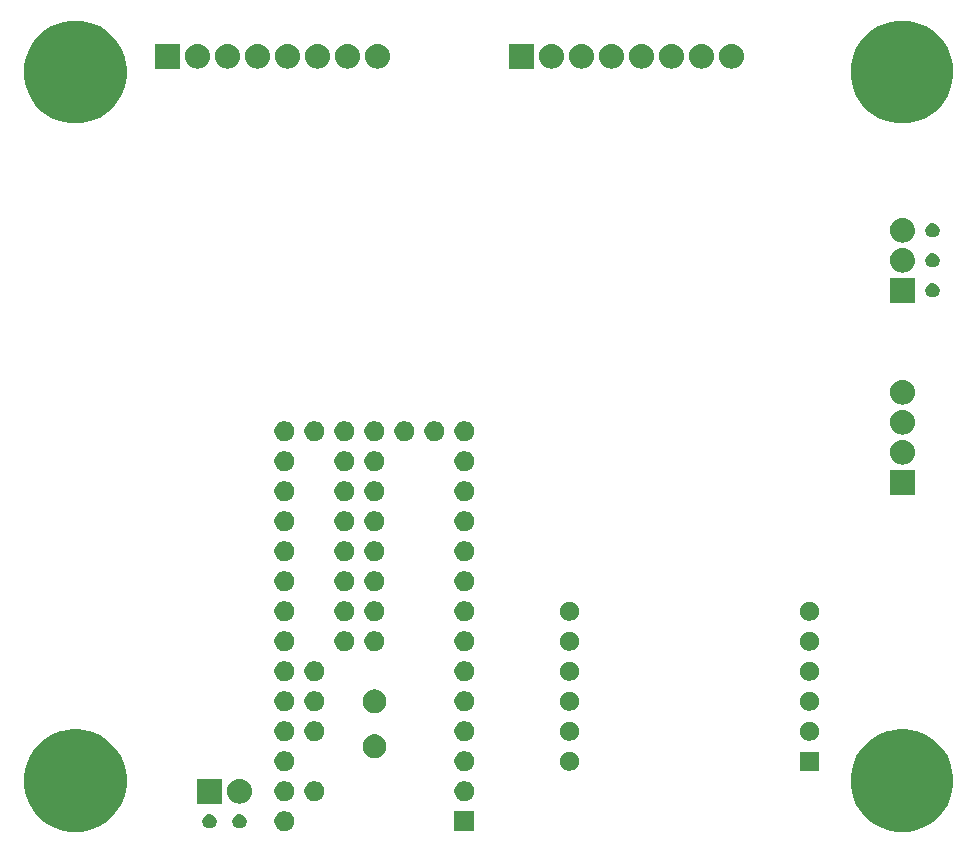
<source format=gbs>
G04 #@! TF.GenerationSoftware,KiCad,Pcbnew,(5.1.0)-1*
G04 #@! TF.CreationDate,2019-05-03T11:21:41+02:00*
G04 #@! TF.ProjectId,ArtNet_Node_WSLEDS,4172744e-6574-45f4-9e6f-64655f57534c,rev?*
G04 #@! TF.SameCoordinates,Original*
G04 #@! TF.FileFunction,Soldermask,Bot*
G04 #@! TF.FilePolarity,Negative*
%FSLAX46Y46*%
G04 Gerber Fmt 4.6, Leading zero omitted, Abs format (unit mm)*
G04 Created by KiCad (PCBNEW (5.1.0)-1) date 2019-05-03 11:21:41*
%MOMM*%
%LPD*%
G04 APERTURE LIST*
%ADD10C,0.100000*%
G04 APERTURE END LIST*
D10*
G36*
X145548156Y-130672794D02*
G01*
X146269140Y-130816206D01*
X147060972Y-131144193D01*
X147773601Y-131620357D01*
X148379643Y-132226399D01*
X148855807Y-132939028D01*
X149183794Y-133730860D01*
X149351000Y-134571464D01*
X149351000Y-135428536D01*
X149183794Y-136269140D01*
X148855807Y-137060972D01*
X148379643Y-137773601D01*
X147773601Y-138379643D01*
X147060972Y-138855807D01*
X146269140Y-139183794D01*
X145548156Y-139327206D01*
X145428537Y-139351000D01*
X144571463Y-139351000D01*
X144451844Y-139327206D01*
X143730860Y-139183794D01*
X142939028Y-138855807D01*
X142226399Y-138379643D01*
X141620357Y-137773601D01*
X141144193Y-137060972D01*
X140816206Y-136269140D01*
X140649000Y-135428536D01*
X140649000Y-134571464D01*
X140816206Y-133730860D01*
X141144193Y-132939028D01*
X141620357Y-132226399D01*
X142226399Y-131620357D01*
X142939028Y-131144193D01*
X143730860Y-130816206D01*
X144451844Y-130672794D01*
X144571463Y-130649000D01*
X145428537Y-130649000D01*
X145548156Y-130672794D01*
X145548156Y-130672794D01*
G37*
G36*
X75548156Y-130672794D02*
G01*
X76269140Y-130816206D01*
X77060972Y-131144193D01*
X77773601Y-131620357D01*
X78379643Y-132226399D01*
X78855807Y-132939028D01*
X79183794Y-133730860D01*
X79351000Y-134571464D01*
X79351000Y-135428536D01*
X79183794Y-136269140D01*
X78855807Y-137060972D01*
X78379643Y-137773601D01*
X77773601Y-138379643D01*
X77060972Y-138855807D01*
X76269140Y-139183794D01*
X75548156Y-139327206D01*
X75428537Y-139351000D01*
X74571463Y-139351000D01*
X74451844Y-139327206D01*
X73730860Y-139183794D01*
X72939028Y-138855807D01*
X72226399Y-138379643D01*
X71620357Y-137773601D01*
X71144193Y-137060972D01*
X70816206Y-136269140D01*
X70649000Y-135428536D01*
X70649000Y-134571464D01*
X70816206Y-133730860D01*
X71144193Y-132939028D01*
X71620357Y-132226399D01*
X72226399Y-131620357D01*
X72939028Y-131144193D01*
X73730860Y-130816206D01*
X74451844Y-130672794D01*
X74571463Y-130649000D01*
X75428537Y-130649000D01*
X75548156Y-130672794D01*
X75548156Y-130672794D01*
G37*
G36*
X108801000Y-139281000D02*
G01*
X107099000Y-139281000D01*
X107099000Y-137579000D01*
X108801000Y-137579000D01*
X108801000Y-139281000D01*
X108801000Y-139281000D01*
G37*
G36*
X92958228Y-137611703D02*
G01*
X93113100Y-137675853D01*
X93252481Y-137768985D01*
X93371015Y-137887519D01*
X93464147Y-138026900D01*
X93528297Y-138181772D01*
X93561000Y-138346184D01*
X93561000Y-138513816D01*
X93528297Y-138678228D01*
X93464147Y-138833100D01*
X93371015Y-138972481D01*
X93252481Y-139091015D01*
X93113100Y-139184147D01*
X92958228Y-139248297D01*
X92793816Y-139281000D01*
X92626184Y-139281000D01*
X92461772Y-139248297D01*
X92306900Y-139184147D01*
X92167519Y-139091015D01*
X92048985Y-138972481D01*
X91955853Y-138833100D01*
X91891703Y-138678228D01*
X91859000Y-138513816D01*
X91859000Y-138346184D01*
X91891703Y-138181772D01*
X91955853Y-138026900D01*
X92048985Y-137887519D01*
X92167519Y-137768985D01*
X92306900Y-137675853D01*
X92461772Y-137611703D01*
X92626184Y-137579000D01*
X92793816Y-137579000D01*
X92958228Y-137611703D01*
X92958228Y-137611703D01*
G37*
G36*
X86496601Y-137844397D02*
G01*
X86535305Y-137852096D01*
X86567340Y-137865365D01*
X86644680Y-137897400D01*
X86743115Y-137963173D01*
X86826827Y-138046885D01*
X86892600Y-138145320D01*
X86937904Y-138254696D01*
X86961000Y-138370805D01*
X86961000Y-138489195D01*
X86937904Y-138605304D01*
X86892600Y-138714680D01*
X86826827Y-138813115D01*
X86743115Y-138896827D01*
X86644680Y-138962600D01*
X86567340Y-138994635D01*
X86535305Y-139007904D01*
X86496601Y-139015603D01*
X86419195Y-139031000D01*
X86300805Y-139031000D01*
X86223399Y-139015603D01*
X86184695Y-139007904D01*
X86152660Y-138994635D01*
X86075320Y-138962600D01*
X85976885Y-138896827D01*
X85893173Y-138813115D01*
X85827400Y-138714680D01*
X85782096Y-138605304D01*
X85759000Y-138489195D01*
X85759000Y-138370805D01*
X85782096Y-138254696D01*
X85827400Y-138145320D01*
X85893173Y-138046885D01*
X85976885Y-137963173D01*
X86075320Y-137897400D01*
X86152660Y-137865365D01*
X86184695Y-137852096D01*
X86223399Y-137844397D01*
X86300805Y-137829000D01*
X86419195Y-137829000D01*
X86496601Y-137844397D01*
X86496601Y-137844397D01*
G37*
G36*
X89036601Y-137844397D02*
G01*
X89075305Y-137852096D01*
X89107340Y-137865365D01*
X89184680Y-137897400D01*
X89283115Y-137963173D01*
X89366827Y-138046885D01*
X89432600Y-138145320D01*
X89477904Y-138254696D01*
X89501000Y-138370805D01*
X89501000Y-138489195D01*
X89477904Y-138605304D01*
X89432600Y-138714680D01*
X89366827Y-138813115D01*
X89283115Y-138896827D01*
X89184680Y-138962600D01*
X89107340Y-138994635D01*
X89075305Y-139007904D01*
X89036601Y-139015603D01*
X88959195Y-139031000D01*
X88840805Y-139031000D01*
X88763399Y-139015603D01*
X88724695Y-139007904D01*
X88692660Y-138994635D01*
X88615320Y-138962600D01*
X88516885Y-138896827D01*
X88433173Y-138813115D01*
X88367400Y-138714680D01*
X88322096Y-138605304D01*
X88299000Y-138489195D01*
X88299000Y-138370805D01*
X88322096Y-138254696D01*
X88367400Y-138145320D01*
X88433173Y-138046885D01*
X88516885Y-137963173D01*
X88615320Y-137897400D01*
X88692660Y-137865365D01*
X88724695Y-137852096D01*
X88763399Y-137844397D01*
X88840805Y-137829000D01*
X88959195Y-137829000D01*
X89036601Y-137844397D01*
X89036601Y-137844397D01*
G37*
G36*
X89105928Y-134854710D02*
G01*
X89105931Y-134854711D01*
X89105932Y-134854711D01*
X89303950Y-134914779D01*
X89303953Y-134914781D01*
X89303954Y-134914781D01*
X89486443Y-135012323D01*
X89646403Y-135143597D01*
X89777677Y-135303557D01*
X89844479Y-135428536D01*
X89875221Y-135486050D01*
X89935289Y-135684068D01*
X89935290Y-135684072D01*
X89955572Y-135890000D01*
X89935290Y-136095928D01*
X89935289Y-136095931D01*
X89935289Y-136095932D01*
X89875221Y-136293950D01*
X89875219Y-136293953D01*
X89875219Y-136293954D01*
X89777677Y-136476443D01*
X89646403Y-136636403D01*
X89486443Y-136767677D01*
X89303954Y-136865219D01*
X89303950Y-136865221D01*
X89105932Y-136925289D01*
X89105931Y-136925289D01*
X89105928Y-136925290D01*
X88951601Y-136940490D01*
X88848399Y-136940490D01*
X88694072Y-136925290D01*
X88694069Y-136925289D01*
X88694068Y-136925289D01*
X88496050Y-136865221D01*
X88496046Y-136865219D01*
X88313557Y-136767677D01*
X88153597Y-136636403D01*
X88022323Y-136476443D01*
X87924781Y-136293954D01*
X87924781Y-136293953D01*
X87924779Y-136293950D01*
X87864711Y-136095932D01*
X87864711Y-136095931D01*
X87864710Y-136095928D01*
X87844428Y-135890000D01*
X87864710Y-135684072D01*
X87864711Y-135684068D01*
X87924779Y-135486050D01*
X87955521Y-135428536D01*
X88022323Y-135303557D01*
X88153597Y-135143597D01*
X88313557Y-135012323D01*
X88496046Y-134914781D01*
X88496047Y-134914781D01*
X88496050Y-134914779D01*
X88694068Y-134854711D01*
X88694069Y-134854711D01*
X88694072Y-134854710D01*
X88848399Y-134839510D01*
X88951601Y-134839510D01*
X89105928Y-134854710D01*
X89105928Y-134854710D01*
G37*
G36*
X87410490Y-136940490D02*
G01*
X85309510Y-136940490D01*
X85309510Y-134839510D01*
X87410490Y-134839510D01*
X87410490Y-136940490D01*
X87410490Y-136940490D01*
G37*
G36*
X108198228Y-135071703D02*
G01*
X108353100Y-135135853D01*
X108492481Y-135228985D01*
X108611015Y-135347519D01*
X108704147Y-135486900D01*
X108768297Y-135641772D01*
X108801000Y-135806184D01*
X108801000Y-135973816D01*
X108768297Y-136138228D01*
X108704147Y-136293100D01*
X108611015Y-136432481D01*
X108492481Y-136551015D01*
X108353100Y-136644147D01*
X108198228Y-136708297D01*
X108033816Y-136741000D01*
X107866184Y-136741000D01*
X107701772Y-136708297D01*
X107546900Y-136644147D01*
X107407519Y-136551015D01*
X107288985Y-136432481D01*
X107195853Y-136293100D01*
X107131703Y-136138228D01*
X107099000Y-135973816D01*
X107099000Y-135806184D01*
X107131703Y-135641772D01*
X107195853Y-135486900D01*
X107288985Y-135347519D01*
X107407519Y-135228985D01*
X107546900Y-135135853D01*
X107701772Y-135071703D01*
X107866184Y-135039000D01*
X108033816Y-135039000D01*
X108198228Y-135071703D01*
X108198228Y-135071703D01*
G37*
G36*
X95498228Y-135071703D02*
G01*
X95653100Y-135135853D01*
X95792481Y-135228985D01*
X95911015Y-135347519D01*
X96004147Y-135486900D01*
X96068297Y-135641772D01*
X96101000Y-135806184D01*
X96101000Y-135973816D01*
X96068297Y-136138228D01*
X96004147Y-136293100D01*
X95911015Y-136432481D01*
X95792481Y-136551015D01*
X95653100Y-136644147D01*
X95498228Y-136708297D01*
X95333816Y-136741000D01*
X95166184Y-136741000D01*
X95001772Y-136708297D01*
X94846900Y-136644147D01*
X94707519Y-136551015D01*
X94588985Y-136432481D01*
X94495853Y-136293100D01*
X94431703Y-136138228D01*
X94399000Y-135973816D01*
X94399000Y-135806184D01*
X94431703Y-135641772D01*
X94495853Y-135486900D01*
X94588985Y-135347519D01*
X94707519Y-135228985D01*
X94846900Y-135135853D01*
X95001772Y-135071703D01*
X95166184Y-135039000D01*
X95333816Y-135039000D01*
X95498228Y-135071703D01*
X95498228Y-135071703D01*
G37*
G36*
X92958228Y-135071703D02*
G01*
X93113100Y-135135853D01*
X93252481Y-135228985D01*
X93371015Y-135347519D01*
X93464147Y-135486900D01*
X93528297Y-135641772D01*
X93561000Y-135806184D01*
X93561000Y-135973816D01*
X93528297Y-136138228D01*
X93464147Y-136293100D01*
X93371015Y-136432481D01*
X93252481Y-136551015D01*
X93113100Y-136644147D01*
X92958228Y-136708297D01*
X92793816Y-136741000D01*
X92626184Y-136741000D01*
X92461772Y-136708297D01*
X92306900Y-136644147D01*
X92167519Y-136551015D01*
X92048985Y-136432481D01*
X91955853Y-136293100D01*
X91891703Y-136138228D01*
X91859000Y-135973816D01*
X91859000Y-135806184D01*
X91891703Y-135641772D01*
X91955853Y-135486900D01*
X92048985Y-135347519D01*
X92167519Y-135228985D01*
X92306900Y-135135853D01*
X92461772Y-135071703D01*
X92626184Y-135039000D01*
X92793816Y-135039000D01*
X92958228Y-135071703D01*
X92958228Y-135071703D01*
G37*
G36*
X92958228Y-132531703D02*
G01*
X93113100Y-132595853D01*
X93252481Y-132688985D01*
X93371015Y-132807519D01*
X93464147Y-132946900D01*
X93528297Y-133101772D01*
X93561000Y-133266184D01*
X93561000Y-133433816D01*
X93528297Y-133598228D01*
X93464147Y-133753100D01*
X93371015Y-133892481D01*
X93252481Y-134011015D01*
X93113100Y-134104147D01*
X92958228Y-134168297D01*
X92793816Y-134201000D01*
X92626184Y-134201000D01*
X92461772Y-134168297D01*
X92306900Y-134104147D01*
X92167519Y-134011015D01*
X92048985Y-133892481D01*
X91955853Y-133753100D01*
X91891703Y-133598228D01*
X91859000Y-133433816D01*
X91859000Y-133266184D01*
X91891703Y-133101772D01*
X91955853Y-132946900D01*
X92048985Y-132807519D01*
X92167519Y-132688985D01*
X92306900Y-132595853D01*
X92461772Y-132531703D01*
X92626184Y-132499000D01*
X92793816Y-132499000D01*
X92958228Y-132531703D01*
X92958228Y-132531703D01*
G37*
G36*
X108198228Y-132531703D02*
G01*
X108353100Y-132595853D01*
X108492481Y-132688985D01*
X108611015Y-132807519D01*
X108704147Y-132946900D01*
X108768297Y-133101772D01*
X108801000Y-133266184D01*
X108801000Y-133433816D01*
X108768297Y-133598228D01*
X108704147Y-133753100D01*
X108611015Y-133892481D01*
X108492481Y-134011015D01*
X108353100Y-134104147D01*
X108198228Y-134168297D01*
X108033816Y-134201000D01*
X107866184Y-134201000D01*
X107701772Y-134168297D01*
X107546900Y-134104147D01*
X107407519Y-134011015D01*
X107288985Y-133892481D01*
X107195853Y-133753100D01*
X107131703Y-133598228D01*
X107099000Y-133433816D01*
X107099000Y-133266184D01*
X107131703Y-133101772D01*
X107195853Y-132946900D01*
X107288985Y-132807519D01*
X107407519Y-132688985D01*
X107546900Y-132595853D01*
X107701772Y-132531703D01*
X107866184Y-132499000D01*
X108033816Y-132499000D01*
X108198228Y-132531703D01*
X108198228Y-132531703D01*
G37*
G36*
X117077142Y-132568242D02*
G01*
X117225101Y-132629529D01*
X117358255Y-132718499D01*
X117471501Y-132831745D01*
X117560471Y-132964899D01*
X117621758Y-133112858D01*
X117653000Y-133269925D01*
X117653000Y-133430075D01*
X117621758Y-133587142D01*
X117560471Y-133735101D01*
X117471501Y-133868255D01*
X117358255Y-133981501D01*
X117225101Y-134070471D01*
X117077142Y-134131758D01*
X116920075Y-134163000D01*
X116759925Y-134163000D01*
X116602858Y-134131758D01*
X116454899Y-134070471D01*
X116321745Y-133981501D01*
X116208499Y-133868255D01*
X116119529Y-133735101D01*
X116058242Y-133587142D01*
X116027000Y-133430075D01*
X116027000Y-133269925D01*
X116058242Y-133112858D01*
X116119529Y-132964899D01*
X116208499Y-132831745D01*
X116321745Y-132718499D01*
X116454899Y-132629529D01*
X116602858Y-132568242D01*
X116759925Y-132537000D01*
X116920075Y-132537000D01*
X117077142Y-132568242D01*
X117077142Y-132568242D01*
G37*
G36*
X137973000Y-134163000D02*
G01*
X136347000Y-134163000D01*
X136347000Y-132537000D01*
X137973000Y-132537000D01*
X137973000Y-134163000D01*
X137973000Y-134163000D01*
G37*
G36*
X100621981Y-131117468D02*
G01*
X100804151Y-131192926D01*
X100968100Y-131302473D01*
X101107527Y-131441900D01*
X101217074Y-131605849D01*
X101217075Y-131605851D01*
X101223084Y-131620358D01*
X101292532Y-131788019D01*
X101331000Y-131981410D01*
X101331000Y-132178590D01*
X101292532Y-132371981D01*
X101217074Y-132554151D01*
X101107527Y-132718100D01*
X100968100Y-132857527D01*
X100804151Y-132967074D01*
X100621981Y-133042532D01*
X100525285Y-133061766D01*
X100428591Y-133081000D01*
X100231409Y-133081000D01*
X100134715Y-133061766D01*
X100038019Y-133042532D01*
X99855849Y-132967074D01*
X99691900Y-132857527D01*
X99552473Y-132718100D01*
X99442926Y-132554151D01*
X99367468Y-132371981D01*
X99329000Y-132178590D01*
X99329000Y-131981410D01*
X99367468Y-131788019D01*
X99436916Y-131620358D01*
X99442925Y-131605851D01*
X99442926Y-131605849D01*
X99552473Y-131441900D01*
X99691900Y-131302473D01*
X99855849Y-131192926D01*
X100038019Y-131117468D01*
X100231409Y-131079000D01*
X100428591Y-131079000D01*
X100621981Y-131117468D01*
X100621981Y-131117468D01*
G37*
G36*
X92958228Y-129991703D02*
G01*
X93113100Y-130055853D01*
X93252481Y-130148985D01*
X93371015Y-130267519D01*
X93464147Y-130406900D01*
X93528297Y-130561772D01*
X93561000Y-130726184D01*
X93561000Y-130893816D01*
X93528297Y-131058228D01*
X93464147Y-131213100D01*
X93371015Y-131352481D01*
X93252481Y-131471015D01*
X93113100Y-131564147D01*
X92958228Y-131628297D01*
X92793816Y-131661000D01*
X92626184Y-131661000D01*
X92461772Y-131628297D01*
X92306900Y-131564147D01*
X92167519Y-131471015D01*
X92048985Y-131352481D01*
X91955853Y-131213100D01*
X91891703Y-131058228D01*
X91859000Y-130893816D01*
X91859000Y-130726184D01*
X91891703Y-130561772D01*
X91955853Y-130406900D01*
X92048985Y-130267519D01*
X92167519Y-130148985D01*
X92306900Y-130055853D01*
X92461772Y-129991703D01*
X92626184Y-129959000D01*
X92793816Y-129959000D01*
X92958228Y-129991703D01*
X92958228Y-129991703D01*
G37*
G36*
X108198228Y-129991703D02*
G01*
X108353100Y-130055853D01*
X108492481Y-130148985D01*
X108611015Y-130267519D01*
X108704147Y-130406900D01*
X108768297Y-130561772D01*
X108801000Y-130726184D01*
X108801000Y-130893816D01*
X108768297Y-131058228D01*
X108704147Y-131213100D01*
X108611015Y-131352481D01*
X108492481Y-131471015D01*
X108353100Y-131564147D01*
X108198228Y-131628297D01*
X108033816Y-131661000D01*
X107866184Y-131661000D01*
X107701772Y-131628297D01*
X107546900Y-131564147D01*
X107407519Y-131471015D01*
X107288985Y-131352481D01*
X107195853Y-131213100D01*
X107131703Y-131058228D01*
X107099000Y-130893816D01*
X107099000Y-130726184D01*
X107131703Y-130561772D01*
X107195853Y-130406900D01*
X107288985Y-130267519D01*
X107407519Y-130148985D01*
X107546900Y-130055853D01*
X107701772Y-129991703D01*
X107866184Y-129959000D01*
X108033816Y-129959000D01*
X108198228Y-129991703D01*
X108198228Y-129991703D01*
G37*
G36*
X95498228Y-129991703D02*
G01*
X95653100Y-130055853D01*
X95792481Y-130148985D01*
X95911015Y-130267519D01*
X96004147Y-130406900D01*
X96068297Y-130561772D01*
X96101000Y-130726184D01*
X96101000Y-130893816D01*
X96068297Y-131058228D01*
X96004147Y-131213100D01*
X95911015Y-131352481D01*
X95792481Y-131471015D01*
X95653100Y-131564147D01*
X95498228Y-131628297D01*
X95333816Y-131661000D01*
X95166184Y-131661000D01*
X95001772Y-131628297D01*
X94846900Y-131564147D01*
X94707519Y-131471015D01*
X94588985Y-131352481D01*
X94495853Y-131213100D01*
X94431703Y-131058228D01*
X94399000Y-130893816D01*
X94399000Y-130726184D01*
X94431703Y-130561772D01*
X94495853Y-130406900D01*
X94588985Y-130267519D01*
X94707519Y-130148985D01*
X94846900Y-130055853D01*
X95001772Y-129991703D01*
X95166184Y-129959000D01*
X95333816Y-129959000D01*
X95498228Y-129991703D01*
X95498228Y-129991703D01*
G37*
G36*
X117077142Y-130028242D02*
G01*
X117225101Y-130089529D01*
X117358255Y-130178499D01*
X117471501Y-130291745D01*
X117560471Y-130424899D01*
X117621758Y-130572858D01*
X117653000Y-130729925D01*
X117653000Y-130890075D01*
X117621758Y-131047142D01*
X117560471Y-131195101D01*
X117471501Y-131328255D01*
X117358255Y-131441501D01*
X117225101Y-131530471D01*
X117077142Y-131591758D01*
X116920075Y-131623000D01*
X116759925Y-131623000D01*
X116602858Y-131591758D01*
X116454899Y-131530471D01*
X116321745Y-131441501D01*
X116208499Y-131328255D01*
X116119529Y-131195101D01*
X116058242Y-131047142D01*
X116027000Y-130890075D01*
X116027000Y-130729925D01*
X116058242Y-130572858D01*
X116119529Y-130424899D01*
X116208499Y-130291745D01*
X116321745Y-130178499D01*
X116454899Y-130089529D01*
X116602858Y-130028242D01*
X116759925Y-129997000D01*
X116920075Y-129997000D01*
X117077142Y-130028242D01*
X117077142Y-130028242D01*
G37*
G36*
X137397142Y-130028242D02*
G01*
X137545101Y-130089529D01*
X137678255Y-130178499D01*
X137791501Y-130291745D01*
X137880471Y-130424899D01*
X137941758Y-130572858D01*
X137973000Y-130729925D01*
X137973000Y-130890075D01*
X137941758Y-131047142D01*
X137880471Y-131195101D01*
X137791501Y-131328255D01*
X137678255Y-131441501D01*
X137545101Y-131530471D01*
X137397142Y-131591758D01*
X137240075Y-131623000D01*
X137079925Y-131623000D01*
X136922858Y-131591758D01*
X136774899Y-131530471D01*
X136641745Y-131441501D01*
X136528499Y-131328255D01*
X136439529Y-131195101D01*
X136378242Y-131047142D01*
X136347000Y-130890075D01*
X136347000Y-130729925D01*
X136378242Y-130572858D01*
X136439529Y-130424899D01*
X136528499Y-130291745D01*
X136641745Y-130178499D01*
X136774899Y-130089529D01*
X136922858Y-130028242D01*
X137079925Y-129997000D01*
X137240075Y-129997000D01*
X137397142Y-130028242D01*
X137397142Y-130028242D01*
G37*
G36*
X100525285Y-127288234D02*
G01*
X100621981Y-127307468D01*
X100804151Y-127382926D01*
X100968100Y-127492473D01*
X101107527Y-127631900D01*
X101217074Y-127795849D01*
X101292532Y-127978019D01*
X101331000Y-128171410D01*
X101331000Y-128368590D01*
X101292532Y-128561981D01*
X101217074Y-128744151D01*
X101107527Y-128908100D01*
X100968100Y-129047527D01*
X100804151Y-129157074D01*
X100621981Y-129232532D01*
X100428591Y-129271000D01*
X100231409Y-129271000D01*
X100038019Y-129232532D01*
X99855849Y-129157074D01*
X99691900Y-129047527D01*
X99552473Y-128908100D01*
X99442926Y-128744151D01*
X99367468Y-128561981D01*
X99329000Y-128368590D01*
X99329000Y-128171410D01*
X99367468Y-127978019D01*
X99442926Y-127795849D01*
X99552473Y-127631900D01*
X99691900Y-127492473D01*
X99855849Y-127382926D01*
X100038019Y-127307468D01*
X100134715Y-127288234D01*
X100231409Y-127269000D01*
X100428591Y-127269000D01*
X100525285Y-127288234D01*
X100525285Y-127288234D01*
G37*
G36*
X108198228Y-127451703D02*
G01*
X108353100Y-127515853D01*
X108492481Y-127608985D01*
X108611015Y-127727519D01*
X108704147Y-127866900D01*
X108768297Y-128021772D01*
X108801000Y-128186184D01*
X108801000Y-128353816D01*
X108768297Y-128518228D01*
X108704147Y-128673100D01*
X108611015Y-128812481D01*
X108492481Y-128931015D01*
X108353100Y-129024147D01*
X108198228Y-129088297D01*
X108033816Y-129121000D01*
X107866184Y-129121000D01*
X107701772Y-129088297D01*
X107546900Y-129024147D01*
X107407519Y-128931015D01*
X107288985Y-128812481D01*
X107195853Y-128673100D01*
X107131703Y-128518228D01*
X107099000Y-128353816D01*
X107099000Y-128186184D01*
X107131703Y-128021772D01*
X107195853Y-127866900D01*
X107288985Y-127727519D01*
X107407519Y-127608985D01*
X107546900Y-127515853D01*
X107701772Y-127451703D01*
X107866184Y-127419000D01*
X108033816Y-127419000D01*
X108198228Y-127451703D01*
X108198228Y-127451703D01*
G37*
G36*
X95498228Y-127451703D02*
G01*
X95653100Y-127515853D01*
X95792481Y-127608985D01*
X95911015Y-127727519D01*
X96004147Y-127866900D01*
X96068297Y-128021772D01*
X96101000Y-128186184D01*
X96101000Y-128353816D01*
X96068297Y-128518228D01*
X96004147Y-128673100D01*
X95911015Y-128812481D01*
X95792481Y-128931015D01*
X95653100Y-129024147D01*
X95498228Y-129088297D01*
X95333816Y-129121000D01*
X95166184Y-129121000D01*
X95001772Y-129088297D01*
X94846900Y-129024147D01*
X94707519Y-128931015D01*
X94588985Y-128812481D01*
X94495853Y-128673100D01*
X94431703Y-128518228D01*
X94399000Y-128353816D01*
X94399000Y-128186184D01*
X94431703Y-128021772D01*
X94495853Y-127866900D01*
X94588985Y-127727519D01*
X94707519Y-127608985D01*
X94846900Y-127515853D01*
X95001772Y-127451703D01*
X95166184Y-127419000D01*
X95333816Y-127419000D01*
X95498228Y-127451703D01*
X95498228Y-127451703D01*
G37*
G36*
X92958228Y-127451703D02*
G01*
X93113100Y-127515853D01*
X93252481Y-127608985D01*
X93371015Y-127727519D01*
X93464147Y-127866900D01*
X93528297Y-128021772D01*
X93561000Y-128186184D01*
X93561000Y-128353816D01*
X93528297Y-128518228D01*
X93464147Y-128673100D01*
X93371015Y-128812481D01*
X93252481Y-128931015D01*
X93113100Y-129024147D01*
X92958228Y-129088297D01*
X92793816Y-129121000D01*
X92626184Y-129121000D01*
X92461772Y-129088297D01*
X92306900Y-129024147D01*
X92167519Y-128931015D01*
X92048985Y-128812481D01*
X91955853Y-128673100D01*
X91891703Y-128518228D01*
X91859000Y-128353816D01*
X91859000Y-128186184D01*
X91891703Y-128021772D01*
X91955853Y-127866900D01*
X92048985Y-127727519D01*
X92167519Y-127608985D01*
X92306900Y-127515853D01*
X92461772Y-127451703D01*
X92626184Y-127419000D01*
X92793816Y-127419000D01*
X92958228Y-127451703D01*
X92958228Y-127451703D01*
G37*
G36*
X137397142Y-127488242D02*
G01*
X137545101Y-127549529D01*
X137678255Y-127638499D01*
X137791501Y-127751745D01*
X137880471Y-127884899D01*
X137941758Y-128032858D01*
X137973000Y-128189925D01*
X137973000Y-128350075D01*
X137941758Y-128507142D01*
X137880471Y-128655101D01*
X137791501Y-128788255D01*
X137678255Y-128901501D01*
X137545101Y-128990471D01*
X137397142Y-129051758D01*
X137240075Y-129083000D01*
X137079925Y-129083000D01*
X136922858Y-129051758D01*
X136774899Y-128990471D01*
X136641745Y-128901501D01*
X136528499Y-128788255D01*
X136439529Y-128655101D01*
X136378242Y-128507142D01*
X136347000Y-128350075D01*
X136347000Y-128189925D01*
X136378242Y-128032858D01*
X136439529Y-127884899D01*
X136528499Y-127751745D01*
X136641745Y-127638499D01*
X136774899Y-127549529D01*
X136922858Y-127488242D01*
X137079925Y-127457000D01*
X137240075Y-127457000D01*
X137397142Y-127488242D01*
X137397142Y-127488242D01*
G37*
G36*
X117077142Y-127488242D02*
G01*
X117225101Y-127549529D01*
X117358255Y-127638499D01*
X117471501Y-127751745D01*
X117560471Y-127884899D01*
X117621758Y-128032858D01*
X117653000Y-128189925D01*
X117653000Y-128350075D01*
X117621758Y-128507142D01*
X117560471Y-128655101D01*
X117471501Y-128788255D01*
X117358255Y-128901501D01*
X117225101Y-128990471D01*
X117077142Y-129051758D01*
X116920075Y-129083000D01*
X116759925Y-129083000D01*
X116602858Y-129051758D01*
X116454899Y-128990471D01*
X116321745Y-128901501D01*
X116208499Y-128788255D01*
X116119529Y-128655101D01*
X116058242Y-128507142D01*
X116027000Y-128350075D01*
X116027000Y-128189925D01*
X116058242Y-128032858D01*
X116119529Y-127884899D01*
X116208499Y-127751745D01*
X116321745Y-127638499D01*
X116454899Y-127549529D01*
X116602858Y-127488242D01*
X116759925Y-127457000D01*
X116920075Y-127457000D01*
X117077142Y-127488242D01*
X117077142Y-127488242D01*
G37*
G36*
X95498228Y-124911703D02*
G01*
X95653100Y-124975853D01*
X95792481Y-125068985D01*
X95911015Y-125187519D01*
X96004147Y-125326900D01*
X96068297Y-125481772D01*
X96101000Y-125646184D01*
X96101000Y-125813816D01*
X96068297Y-125978228D01*
X96004147Y-126133100D01*
X95911015Y-126272481D01*
X95792481Y-126391015D01*
X95653100Y-126484147D01*
X95498228Y-126548297D01*
X95333816Y-126581000D01*
X95166184Y-126581000D01*
X95001772Y-126548297D01*
X94846900Y-126484147D01*
X94707519Y-126391015D01*
X94588985Y-126272481D01*
X94495853Y-126133100D01*
X94431703Y-125978228D01*
X94399000Y-125813816D01*
X94399000Y-125646184D01*
X94431703Y-125481772D01*
X94495853Y-125326900D01*
X94588985Y-125187519D01*
X94707519Y-125068985D01*
X94846900Y-124975853D01*
X95001772Y-124911703D01*
X95166184Y-124879000D01*
X95333816Y-124879000D01*
X95498228Y-124911703D01*
X95498228Y-124911703D01*
G37*
G36*
X108198228Y-124911703D02*
G01*
X108353100Y-124975853D01*
X108492481Y-125068985D01*
X108611015Y-125187519D01*
X108704147Y-125326900D01*
X108768297Y-125481772D01*
X108801000Y-125646184D01*
X108801000Y-125813816D01*
X108768297Y-125978228D01*
X108704147Y-126133100D01*
X108611015Y-126272481D01*
X108492481Y-126391015D01*
X108353100Y-126484147D01*
X108198228Y-126548297D01*
X108033816Y-126581000D01*
X107866184Y-126581000D01*
X107701772Y-126548297D01*
X107546900Y-126484147D01*
X107407519Y-126391015D01*
X107288985Y-126272481D01*
X107195853Y-126133100D01*
X107131703Y-125978228D01*
X107099000Y-125813816D01*
X107099000Y-125646184D01*
X107131703Y-125481772D01*
X107195853Y-125326900D01*
X107288985Y-125187519D01*
X107407519Y-125068985D01*
X107546900Y-124975853D01*
X107701772Y-124911703D01*
X107866184Y-124879000D01*
X108033816Y-124879000D01*
X108198228Y-124911703D01*
X108198228Y-124911703D01*
G37*
G36*
X92958228Y-124911703D02*
G01*
X93113100Y-124975853D01*
X93252481Y-125068985D01*
X93371015Y-125187519D01*
X93464147Y-125326900D01*
X93528297Y-125481772D01*
X93561000Y-125646184D01*
X93561000Y-125813816D01*
X93528297Y-125978228D01*
X93464147Y-126133100D01*
X93371015Y-126272481D01*
X93252481Y-126391015D01*
X93113100Y-126484147D01*
X92958228Y-126548297D01*
X92793816Y-126581000D01*
X92626184Y-126581000D01*
X92461772Y-126548297D01*
X92306900Y-126484147D01*
X92167519Y-126391015D01*
X92048985Y-126272481D01*
X91955853Y-126133100D01*
X91891703Y-125978228D01*
X91859000Y-125813816D01*
X91859000Y-125646184D01*
X91891703Y-125481772D01*
X91955853Y-125326900D01*
X92048985Y-125187519D01*
X92167519Y-125068985D01*
X92306900Y-124975853D01*
X92461772Y-124911703D01*
X92626184Y-124879000D01*
X92793816Y-124879000D01*
X92958228Y-124911703D01*
X92958228Y-124911703D01*
G37*
G36*
X137397142Y-124948242D02*
G01*
X137545101Y-125009529D01*
X137678255Y-125098499D01*
X137791501Y-125211745D01*
X137880471Y-125344899D01*
X137941758Y-125492858D01*
X137973000Y-125649925D01*
X137973000Y-125810075D01*
X137941758Y-125967142D01*
X137880471Y-126115101D01*
X137791501Y-126248255D01*
X137678255Y-126361501D01*
X137545101Y-126450471D01*
X137397142Y-126511758D01*
X137240075Y-126543000D01*
X137079925Y-126543000D01*
X136922858Y-126511758D01*
X136774899Y-126450471D01*
X136641745Y-126361501D01*
X136528499Y-126248255D01*
X136439529Y-126115101D01*
X136378242Y-125967142D01*
X136347000Y-125810075D01*
X136347000Y-125649925D01*
X136378242Y-125492858D01*
X136439529Y-125344899D01*
X136528499Y-125211745D01*
X136641745Y-125098499D01*
X136774899Y-125009529D01*
X136922858Y-124948242D01*
X137079925Y-124917000D01*
X137240075Y-124917000D01*
X137397142Y-124948242D01*
X137397142Y-124948242D01*
G37*
G36*
X117077142Y-124948242D02*
G01*
X117225101Y-125009529D01*
X117358255Y-125098499D01*
X117471501Y-125211745D01*
X117560471Y-125344899D01*
X117621758Y-125492858D01*
X117653000Y-125649925D01*
X117653000Y-125810075D01*
X117621758Y-125967142D01*
X117560471Y-126115101D01*
X117471501Y-126248255D01*
X117358255Y-126361501D01*
X117225101Y-126450471D01*
X117077142Y-126511758D01*
X116920075Y-126543000D01*
X116759925Y-126543000D01*
X116602858Y-126511758D01*
X116454899Y-126450471D01*
X116321745Y-126361501D01*
X116208499Y-126248255D01*
X116119529Y-126115101D01*
X116058242Y-125967142D01*
X116027000Y-125810075D01*
X116027000Y-125649925D01*
X116058242Y-125492858D01*
X116119529Y-125344899D01*
X116208499Y-125211745D01*
X116321745Y-125098499D01*
X116454899Y-125009529D01*
X116602858Y-124948242D01*
X116759925Y-124917000D01*
X116920075Y-124917000D01*
X117077142Y-124948242D01*
X117077142Y-124948242D01*
G37*
G36*
X92958228Y-122371703D02*
G01*
X93113100Y-122435853D01*
X93252481Y-122528985D01*
X93371015Y-122647519D01*
X93464147Y-122786900D01*
X93528297Y-122941772D01*
X93561000Y-123106184D01*
X93561000Y-123273816D01*
X93528297Y-123438228D01*
X93464147Y-123593100D01*
X93371015Y-123732481D01*
X93252481Y-123851015D01*
X93113100Y-123944147D01*
X92958228Y-124008297D01*
X92793816Y-124041000D01*
X92626184Y-124041000D01*
X92461772Y-124008297D01*
X92306900Y-123944147D01*
X92167519Y-123851015D01*
X92048985Y-123732481D01*
X91955853Y-123593100D01*
X91891703Y-123438228D01*
X91859000Y-123273816D01*
X91859000Y-123106184D01*
X91891703Y-122941772D01*
X91955853Y-122786900D01*
X92048985Y-122647519D01*
X92167519Y-122528985D01*
X92306900Y-122435853D01*
X92461772Y-122371703D01*
X92626184Y-122339000D01*
X92793816Y-122339000D01*
X92958228Y-122371703D01*
X92958228Y-122371703D01*
G37*
G36*
X100578228Y-122371703D02*
G01*
X100733100Y-122435853D01*
X100872481Y-122528985D01*
X100991015Y-122647519D01*
X101084147Y-122786900D01*
X101148297Y-122941772D01*
X101181000Y-123106184D01*
X101181000Y-123273816D01*
X101148297Y-123438228D01*
X101084147Y-123593100D01*
X100991015Y-123732481D01*
X100872481Y-123851015D01*
X100733100Y-123944147D01*
X100578228Y-124008297D01*
X100413816Y-124041000D01*
X100246184Y-124041000D01*
X100081772Y-124008297D01*
X99926900Y-123944147D01*
X99787519Y-123851015D01*
X99668985Y-123732481D01*
X99575853Y-123593100D01*
X99511703Y-123438228D01*
X99479000Y-123273816D01*
X99479000Y-123106184D01*
X99511703Y-122941772D01*
X99575853Y-122786900D01*
X99668985Y-122647519D01*
X99787519Y-122528985D01*
X99926900Y-122435853D01*
X100081772Y-122371703D01*
X100246184Y-122339000D01*
X100413816Y-122339000D01*
X100578228Y-122371703D01*
X100578228Y-122371703D01*
G37*
G36*
X98038228Y-122371703D02*
G01*
X98193100Y-122435853D01*
X98332481Y-122528985D01*
X98451015Y-122647519D01*
X98544147Y-122786900D01*
X98608297Y-122941772D01*
X98641000Y-123106184D01*
X98641000Y-123273816D01*
X98608297Y-123438228D01*
X98544147Y-123593100D01*
X98451015Y-123732481D01*
X98332481Y-123851015D01*
X98193100Y-123944147D01*
X98038228Y-124008297D01*
X97873816Y-124041000D01*
X97706184Y-124041000D01*
X97541772Y-124008297D01*
X97386900Y-123944147D01*
X97247519Y-123851015D01*
X97128985Y-123732481D01*
X97035853Y-123593100D01*
X96971703Y-123438228D01*
X96939000Y-123273816D01*
X96939000Y-123106184D01*
X96971703Y-122941772D01*
X97035853Y-122786900D01*
X97128985Y-122647519D01*
X97247519Y-122528985D01*
X97386900Y-122435853D01*
X97541772Y-122371703D01*
X97706184Y-122339000D01*
X97873816Y-122339000D01*
X98038228Y-122371703D01*
X98038228Y-122371703D01*
G37*
G36*
X108198228Y-122371703D02*
G01*
X108353100Y-122435853D01*
X108492481Y-122528985D01*
X108611015Y-122647519D01*
X108704147Y-122786900D01*
X108768297Y-122941772D01*
X108801000Y-123106184D01*
X108801000Y-123273816D01*
X108768297Y-123438228D01*
X108704147Y-123593100D01*
X108611015Y-123732481D01*
X108492481Y-123851015D01*
X108353100Y-123944147D01*
X108198228Y-124008297D01*
X108033816Y-124041000D01*
X107866184Y-124041000D01*
X107701772Y-124008297D01*
X107546900Y-123944147D01*
X107407519Y-123851015D01*
X107288985Y-123732481D01*
X107195853Y-123593100D01*
X107131703Y-123438228D01*
X107099000Y-123273816D01*
X107099000Y-123106184D01*
X107131703Y-122941772D01*
X107195853Y-122786900D01*
X107288985Y-122647519D01*
X107407519Y-122528985D01*
X107546900Y-122435853D01*
X107701772Y-122371703D01*
X107866184Y-122339000D01*
X108033816Y-122339000D01*
X108198228Y-122371703D01*
X108198228Y-122371703D01*
G37*
G36*
X137397142Y-122408242D02*
G01*
X137545101Y-122469529D01*
X137678255Y-122558499D01*
X137791501Y-122671745D01*
X137880471Y-122804899D01*
X137941758Y-122952858D01*
X137973000Y-123109925D01*
X137973000Y-123270075D01*
X137941758Y-123427142D01*
X137880471Y-123575101D01*
X137791501Y-123708255D01*
X137678255Y-123821501D01*
X137545101Y-123910471D01*
X137397142Y-123971758D01*
X137240075Y-124003000D01*
X137079925Y-124003000D01*
X136922858Y-123971758D01*
X136774899Y-123910471D01*
X136641745Y-123821501D01*
X136528499Y-123708255D01*
X136439529Y-123575101D01*
X136378242Y-123427142D01*
X136347000Y-123270075D01*
X136347000Y-123109925D01*
X136378242Y-122952858D01*
X136439529Y-122804899D01*
X136528499Y-122671745D01*
X136641745Y-122558499D01*
X136774899Y-122469529D01*
X136922858Y-122408242D01*
X137079925Y-122377000D01*
X137240075Y-122377000D01*
X137397142Y-122408242D01*
X137397142Y-122408242D01*
G37*
G36*
X117077142Y-122408242D02*
G01*
X117225101Y-122469529D01*
X117358255Y-122558499D01*
X117471501Y-122671745D01*
X117560471Y-122804899D01*
X117621758Y-122952858D01*
X117653000Y-123109925D01*
X117653000Y-123270075D01*
X117621758Y-123427142D01*
X117560471Y-123575101D01*
X117471501Y-123708255D01*
X117358255Y-123821501D01*
X117225101Y-123910471D01*
X117077142Y-123971758D01*
X116920075Y-124003000D01*
X116759925Y-124003000D01*
X116602858Y-123971758D01*
X116454899Y-123910471D01*
X116321745Y-123821501D01*
X116208499Y-123708255D01*
X116119529Y-123575101D01*
X116058242Y-123427142D01*
X116027000Y-123270075D01*
X116027000Y-123109925D01*
X116058242Y-122952858D01*
X116119529Y-122804899D01*
X116208499Y-122671745D01*
X116321745Y-122558499D01*
X116454899Y-122469529D01*
X116602858Y-122408242D01*
X116759925Y-122377000D01*
X116920075Y-122377000D01*
X117077142Y-122408242D01*
X117077142Y-122408242D01*
G37*
G36*
X98038228Y-119831703D02*
G01*
X98193100Y-119895853D01*
X98332481Y-119988985D01*
X98451015Y-120107519D01*
X98544147Y-120246900D01*
X98608297Y-120401772D01*
X98641000Y-120566184D01*
X98641000Y-120733816D01*
X98608297Y-120898228D01*
X98544147Y-121053100D01*
X98451015Y-121192481D01*
X98332481Y-121311015D01*
X98193100Y-121404147D01*
X98038228Y-121468297D01*
X97873816Y-121501000D01*
X97706184Y-121501000D01*
X97541772Y-121468297D01*
X97386900Y-121404147D01*
X97247519Y-121311015D01*
X97128985Y-121192481D01*
X97035853Y-121053100D01*
X96971703Y-120898228D01*
X96939000Y-120733816D01*
X96939000Y-120566184D01*
X96971703Y-120401772D01*
X97035853Y-120246900D01*
X97128985Y-120107519D01*
X97247519Y-119988985D01*
X97386900Y-119895853D01*
X97541772Y-119831703D01*
X97706184Y-119799000D01*
X97873816Y-119799000D01*
X98038228Y-119831703D01*
X98038228Y-119831703D01*
G37*
G36*
X100578228Y-119831703D02*
G01*
X100733100Y-119895853D01*
X100872481Y-119988985D01*
X100991015Y-120107519D01*
X101084147Y-120246900D01*
X101148297Y-120401772D01*
X101181000Y-120566184D01*
X101181000Y-120733816D01*
X101148297Y-120898228D01*
X101084147Y-121053100D01*
X100991015Y-121192481D01*
X100872481Y-121311015D01*
X100733100Y-121404147D01*
X100578228Y-121468297D01*
X100413816Y-121501000D01*
X100246184Y-121501000D01*
X100081772Y-121468297D01*
X99926900Y-121404147D01*
X99787519Y-121311015D01*
X99668985Y-121192481D01*
X99575853Y-121053100D01*
X99511703Y-120898228D01*
X99479000Y-120733816D01*
X99479000Y-120566184D01*
X99511703Y-120401772D01*
X99575853Y-120246900D01*
X99668985Y-120107519D01*
X99787519Y-119988985D01*
X99926900Y-119895853D01*
X100081772Y-119831703D01*
X100246184Y-119799000D01*
X100413816Y-119799000D01*
X100578228Y-119831703D01*
X100578228Y-119831703D01*
G37*
G36*
X108198228Y-119831703D02*
G01*
X108353100Y-119895853D01*
X108492481Y-119988985D01*
X108611015Y-120107519D01*
X108704147Y-120246900D01*
X108768297Y-120401772D01*
X108801000Y-120566184D01*
X108801000Y-120733816D01*
X108768297Y-120898228D01*
X108704147Y-121053100D01*
X108611015Y-121192481D01*
X108492481Y-121311015D01*
X108353100Y-121404147D01*
X108198228Y-121468297D01*
X108033816Y-121501000D01*
X107866184Y-121501000D01*
X107701772Y-121468297D01*
X107546900Y-121404147D01*
X107407519Y-121311015D01*
X107288985Y-121192481D01*
X107195853Y-121053100D01*
X107131703Y-120898228D01*
X107099000Y-120733816D01*
X107099000Y-120566184D01*
X107131703Y-120401772D01*
X107195853Y-120246900D01*
X107288985Y-120107519D01*
X107407519Y-119988985D01*
X107546900Y-119895853D01*
X107701772Y-119831703D01*
X107866184Y-119799000D01*
X108033816Y-119799000D01*
X108198228Y-119831703D01*
X108198228Y-119831703D01*
G37*
G36*
X92958228Y-119831703D02*
G01*
X93113100Y-119895853D01*
X93252481Y-119988985D01*
X93371015Y-120107519D01*
X93464147Y-120246900D01*
X93528297Y-120401772D01*
X93561000Y-120566184D01*
X93561000Y-120733816D01*
X93528297Y-120898228D01*
X93464147Y-121053100D01*
X93371015Y-121192481D01*
X93252481Y-121311015D01*
X93113100Y-121404147D01*
X92958228Y-121468297D01*
X92793816Y-121501000D01*
X92626184Y-121501000D01*
X92461772Y-121468297D01*
X92306900Y-121404147D01*
X92167519Y-121311015D01*
X92048985Y-121192481D01*
X91955853Y-121053100D01*
X91891703Y-120898228D01*
X91859000Y-120733816D01*
X91859000Y-120566184D01*
X91891703Y-120401772D01*
X91955853Y-120246900D01*
X92048985Y-120107519D01*
X92167519Y-119988985D01*
X92306900Y-119895853D01*
X92461772Y-119831703D01*
X92626184Y-119799000D01*
X92793816Y-119799000D01*
X92958228Y-119831703D01*
X92958228Y-119831703D01*
G37*
G36*
X137397142Y-119868242D02*
G01*
X137545101Y-119929529D01*
X137678255Y-120018499D01*
X137791501Y-120131745D01*
X137880471Y-120264899D01*
X137941758Y-120412858D01*
X137973000Y-120569925D01*
X137973000Y-120730075D01*
X137941758Y-120887142D01*
X137880471Y-121035101D01*
X137791501Y-121168255D01*
X137678255Y-121281501D01*
X137545101Y-121370471D01*
X137397142Y-121431758D01*
X137240075Y-121463000D01*
X137079925Y-121463000D01*
X136922858Y-121431758D01*
X136774899Y-121370471D01*
X136641745Y-121281501D01*
X136528499Y-121168255D01*
X136439529Y-121035101D01*
X136378242Y-120887142D01*
X136347000Y-120730075D01*
X136347000Y-120569925D01*
X136378242Y-120412858D01*
X136439529Y-120264899D01*
X136528499Y-120131745D01*
X136641745Y-120018499D01*
X136774899Y-119929529D01*
X136922858Y-119868242D01*
X137079925Y-119837000D01*
X137240075Y-119837000D01*
X137397142Y-119868242D01*
X137397142Y-119868242D01*
G37*
G36*
X117077142Y-119868242D02*
G01*
X117225101Y-119929529D01*
X117358255Y-120018499D01*
X117471501Y-120131745D01*
X117560471Y-120264899D01*
X117621758Y-120412858D01*
X117653000Y-120569925D01*
X117653000Y-120730075D01*
X117621758Y-120887142D01*
X117560471Y-121035101D01*
X117471501Y-121168255D01*
X117358255Y-121281501D01*
X117225101Y-121370471D01*
X117077142Y-121431758D01*
X116920075Y-121463000D01*
X116759925Y-121463000D01*
X116602858Y-121431758D01*
X116454899Y-121370471D01*
X116321745Y-121281501D01*
X116208499Y-121168255D01*
X116119529Y-121035101D01*
X116058242Y-120887142D01*
X116027000Y-120730075D01*
X116027000Y-120569925D01*
X116058242Y-120412858D01*
X116119529Y-120264899D01*
X116208499Y-120131745D01*
X116321745Y-120018499D01*
X116454899Y-119929529D01*
X116602858Y-119868242D01*
X116759925Y-119837000D01*
X116920075Y-119837000D01*
X117077142Y-119868242D01*
X117077142Y-119868242D01*
G37*
G36*
X98038228Y-117291703D02*
G01*
X98193100Y-117355853D01*
X98332481Y-117448985D01*
X98451015Y-117567519D01*
X98544147Y-117706900D01*
X98608297Y-117861772D01*
X98641000Y-118026184D01*
X98641000Y-118193816D01*
X98608297Y-118358228D01*
X98544147Y-118513100D01*
X98451015Y-118652481D01*
X98332481Y-118771015D01*
X98193100Y-118864147D01*
X98038228Y-118928297D01*
X97873816Y-118961000D01*
X97706184Y-118961000D01*
X97541772Y-118928297D01*
X97386900Y-118864147D01*
X97247519Y-118771015D01*
X97128985Y-118652481D01*
X97035853Y-118513100D01*
X96971703Y-118358228D01*
X96939000Y-118193816D01*
X96939000Y-118026184D01*
X96971703Y-117861772D01*
X97035853Y-117706900D01*
X97128985Y-117567519D01*
X97247519Y-117448985D01*
X97386900Y-117355853D01*
X97541772Y-117291703D01*
X97706184Y-117259000D01*
X97873816Y-117259000D01*
X98038228Y-117291703D01*
X98038228Y-117291703D01*
G37*
G36*
X92958228Y-117291703D02*
G01*
X93113100Y-117355853D01*
X93252481Y-117448985D01*
X93371015Y-117567519D01*
X93464147Y-117706900D01*
X93528297Y-117861772D01*
X93561000Y-118026184D01*
X93561000Y-118193816D01*
X93528297Y-118358228D01*
X93464147Y-118513100D01*
X93371015Y-118652481D01*
X93252481Y-118771015D01*
X93113100Y-118864147D01*
X92958228Y-118928297D01*
X92793816Y-118961000D01*
X92626184Y-118961000D01*
X92461772Y-118928297D01*
X92306900Y-118864147D01*
X92167519Y-118771015D01*
X92048985Y-118652481D01*
X91955853Y-118513100D01*
X91891703Y-118358228D01*
X91859000Y-118193816D01*
X91859000Y-118026184D01*
X91891703Y-117861772D01*
X91955853Y-117706900D01*
X92048985Y-117567519D01*
X92167519Y-117448985D01*
X92306900Y-117355853D01*
X92461772Y-117291703D01*
X92626184Y-117259000D01*
X92793816Y-117259000D01*
X92958228Y-117291703D01*
X92958228Y-117291703D01*
G37*
G36*
X100578228Y-117291703D02*
G01*
X100733100Y-117355853D01*
X100872481Y-117448985D01*
X100991015Y-117567519D01*
X101084147Y-117706900D01*
X101148297Y-117861772D01*
X101181000Y-118026184D01*
X101181000Y-118193816D01*
X101148297Y-118358228D01*
X101084147Y-118513100D01*
X100991015Y-118652481D01*
X100872481Y-118771015D01*
X100733100Y-118864147D01*
X100578228Y-118928297D01*
X100413816Y-118961000D01*
X100246184Y-118961000D01*
X100081772Y-118928297D01*
X99926900Y-118864147D01*
X99787519Y-118771015D01*
X99668985Y-118652481D01*
X99575853Y-118513100D01*
X99511703Y-118358228D01*
X99479000Y-118193816D01*
X99479000Y-118026184D01*
X99511703Y-117861772D01*
X99575853Y-117706900D01*
X99668985Y-117567519D01*
X99787519Y-117448985D01*
X99926900Y-117355853D01*
X100081772Y-117291703D01*
X100246184Y-117259000D01*
X100413816Y-117259000D01*
X100578228Y-117291703D01*
X100578228Y-117291703D01*
G37*
G36*
X108198228Y-117291703D02*
G01*
X108353100Y-117355853D01*
X108492481Y-117448985D01*
X108611015Y-117567519D01*
X108704147Y-117706900D01*
X108768297Y-117861772D01*
X108801000Y-118026184D01*
X108801000Y-118193816D01*
X108768297Y-118358228D01*
X108704147Y-118513100D01*
X108611015Y-118652481D01*
X108492481Y-118771015D01*
X108353100Y-118864147D01*
X108198228Y-118928297D01*
X108033816Y-118961000D01*
X107866184Y-118961000D01*
X107701772Y-118928297D01*
X107546900Y-118864147D01*
X107407519Y-118771015D01*
X107288985Y-118652481D01*
X107195853Y-118513100D01*
X107131703Y-118358228D01*
X107099000Y-118193816D01*
X107099000Y-118026184D01*
X107131703Y-117861772D01*
X107195853Y-117706900D01*
X107288985Y-117567519D01*
X107407519Y-117448985D01*
X107546900Y-117355853D01*
X107701772Y-117291703D01*
X107866184Y-117259000D01*
X108033816Y-117259000D01*
X108198228Y-117291703D01*
X108198228Y-117291703D01*
G37*
G36*
X92958228Y-114751703D02*
G01*
X93113100Y-114815853D01*
X93252481Y-114908985D01*
X93371015Y-115027519D01*
X93464147Y-115166900D01*
X93528297Y-115321772D01*
X93561000Y-115486184D01*
X93561000Y-115653816D01*
X93528297Y-115818228D01*
X93464147Y-115973100D01*
X93371015Y-116112481D01*
X93252481Y-116231015D01*
X93113100Y-116324147D01*
X92958228Y-116388297D01*
X92793816Y-116421000D01*
X92626184Y-116421000D01*
X92461772Y-116388297D01*
X92306900Y-116324147D01*
X92167519Y-116231015D01*
X92048985Y-116112481D01*
X91955853Y-115973100D01*
X91891703Y-115818228D01*
X91859000Y-115653816D01*
X91859000Y-115486184D01*
X91891703Y-115321772D01*
X91955853Y-115166900D01*
X92048985Y-115027519D01*
X92167519Y-114908985D01*
X92306900Y-114815853D01*
X92461772Y-114751703D01*
X92626184Y-114719000D01*
X92793816Y-114719000D01*
X92958228Y-114751703D01*
X92958228Y-114751703D01*
G37*
G36*
X100578228Y-114751703D02*
G01*
X100733100Y-114815853D01*
X100872481Y-114908985D01*
X100991015Y-115027519D01*
X101084147Y-115166900D01*
X101148297Y-115321772D01*
X101181000Y-115486184D01*
X101181000Y-115653816D01*
X101148297Y-115818228D01*
X101084147Y-115973100D01*
X100991015Y-116112481D01*
X100872481Y-116231015D01*
X100733100Y-116324147D01*
X100578228Y-116388297D01*
X100413816Y-116421000D01*
X100246184Y-116421000D01*
X100081772Y-116388297D01*
X99926900Y-116324147D01*
X99787519Y-116231015D01*
X99668985Y-116112481D01*
X99575853Y-115973100D01*
X99511703Y-115818228D01*
X99479000Y-115653816D01*
X99479000Y-115486184D01*
X99511703Y-115321772D01*
X99575853Y-115166900D01*
X99668985Y-115027519D01*
X99787519Y-114908985D01*
X99926900Y-114815853D01*
X100081772Y-114751703D01*
X100246184Y-114719000D01*
X100413816Y-114719000D01*
X100578228Y-114751703D01*
X100578228Y-114751703D01*
G37*
G36*
X108198228Y-114751703D02*
G01*
X108353100Y-114815853D01*
X108492481Y-114908985D01*
X108611015Y-115027519D01*
X108704147Y-115166900D01*
X108768297Y-115321772D01*
X108801000Y-115486184D01*
X108801000Y-115653816D01*
X108768297Y-115818228D01*
X108704147Y-115973100D01*
X108611015Y-116112481D01*
X108492481Y-116231015D01*
X108353100Y-116324147D01*
X108198228Y-116388297D01*
X108033816Y-116421000D01*
X107866184Y-116421000D01*
X107701772Y-116388297D01*
X107546900Y-116324147D01*
X107407519Y-116231015D01*
X107288985Y-116112481D01*
X107195853Y-115973100D01*
X107131703Y-115818228D01*
X107099000Y-115653816D01*
X107099000Y-115486184D01*
X107131703Y-115321772D01*
X107195853Y-115166900D01*
X107288985Y-115027519D01*
X107407519Y-114908985D01*
X107546900Y-114815853D01*
X107701772Y-114751703D01*
X107866184Y-114719000D01*
X108033816Y-114719000D01*
X108198228Y-114751703D01*
X108198228Y-114751703D01*
G37*
G36*
X98038228Y-114751703D02*
G01*
X98193100Y-114815853D01*
X98332481Y-114908985D01*
X98451015Y-115027519D01*
X98544147Y-115166900D01*
X98608297Y-115321772D01*
X98641000Y-115486184D01*
X98641000Y-115653816D01*
X98608297Y-115818228D01*
X98544147Y-115973100D01*
X98451015Y-116112481D01*
X98332481Y-116231015D01*
X98193100Y-116324147D01*
X98038228Y-116388297D01*
X97873816Y-116421000D01*
X97706184Y-116421000D01*
X97541772Y-116388297D01*
X97386900Y-116324147D01*
X97247519Y-116231015D01*
X97128985Y-116112481D01*
X97035853Y-115973100D01*
X96971703Y-115818228D01*
X96939000Y-115653816D01*
X96939000Y-115486184D01*
X96971703Y-115321772D01*
X97035853Y-115166900D01*
X97128985Y-115027519D01*
X97247519Y-114908985D01*
X97386900Y-114815853D01*
X97541772Y-114751703D01*
X97706184Y-114719000D01*
X97873816Y-114719000D01*
X98038228Y-114751703D01*
X98038228Y-114751703D01*
G37*
G36*
X108198228Y-112211703D02*
G01*
X108353100Y-112275853D01*
X108492481Y-112368985D01*
X108611015Y-112487519D01*
X108704147Y-112626900D01*
X108768297Y-112781772D01*
X108801000Y-112946184D01*
X108801000Y-113113816D01*
X108768297Y-113278228D01*
X108704147Y-113433100D01*
X108611015Y-113572481D01*
X108492481Y-113691015D01*
X108353100Y-113784147D01*
X108198228Y-113848297D01*
X108033816Y-113881000D01*
X107866184Y-113881000D01*
X107701772Y-113848297D01*
X107546900Y-113784147D01*
X107407519Y-113691015D01*
X107288985Y-113572481D01*
X107195853Y-113433100D01*
X107131703Y-113278228D01*
X107099000Y-113113816D01*
X107099000Y-112946184D01*
X107131703Y-112781772D01*
X107195853Y-112626900D01*
X107288985Y-112487519D01*
X107407519Y-112368985D01*
X107546900Y-112275853D01*
X107701772Y-112211703D01*
X107866184Y-112179000D01*
X108033816Y-112179000D01*
X108198228Y-112211703D01*
X108198228Y-112211703D01*
G37*
G36*
X98038228Y-112211703D02*
G01*
X98193100Y-112275853D01*
X98332481Y-112368985D01*
X98451015Y-112487519D01*
X98544147Y-112626900D01*
X98608297Y-112781772D01*
X98641000Y-112946184D01*
X98641000Y-113113816D01*
X98608297Y-113278228D01*
X98544147Y-113433100D01*
X98451015Y-113572481D01*
X98332481Y-113691015D01*
X98193100Y-113784147D01*
X98038228Y-113848297D01*
X97873816Y-113881000D01*
X97706184Y-113881000D01*
X97541772Y-113848297D01*
X97386900Y-113784147D01*
X97247519Y-113691015D01*
X97128985Y-113572481D01*
X97035853Y-113433100D01*
X96971703Y-113278228D01*
X96939000Y-113113816D01*
X96939000Y-112946184D01*
X96971703Y-112781772D01*
X97035853Y-112626900D01*
X97128985Y-112487519D01*
X97247519Y-112368985D01*
X97386900Y-112275853D01*
X97541772Y-112211703D01*
X97706184Y-112179000D01*
X97873816Y-112179000D01*
X98038228Y-112211703D01*
X98038228Y-112211703D01*
G37*
G36*
X92958228Y-112211703D02*
G01*
X93113100Y-112275853D01*
X93252481Y-112368985D01*
X93371015Y-112487519D01*
X93464147Y-112626900D01*
X93528297Y-112781772D01*
X93561000Y-112946184D01*
X93561000Y-113113816D01*
X93528297Y-113278228D01*
X93464147Y-113433100D01*
X93371015Y-113572481D01*
X93252481Y-113691015D01*
X93113100Y-113784147D01*
X92958228Y-113848297D01*
X92793816Y-113881000D01*
X92626184Y-113881000D01*
X92461772Y-113848297D01*
X92306900Y-113784147D01*
X92167519Y-113691015D01*
X92048985Y-113572481D01*
X91955853Y-113433100D01*
X91891703Y-113278228D01*
X91859000Y-113113816D01*
X91859000Y-112946184D01*
X91891703Y-112781772D01*
X91955853Y-112626900D01*
X92048985Y-112487519D01*
X92167519Y-112368985D01*
X92306900Y-112275853D01*
X92461772Y-112211703D01*
X92626184Y-112179000D01*
X92793816Y-112179000D01*
X92958228Y-112211703D01*
X92958228Y-112211703D01*
G37*
G36*
X100578228Y-112211703D02*
G01*
X100733100Y-112275853D01*
X100872481Y-112368985D01*
X100991015Y-112487519D01*
X101084147Y-112626900D01*
X101148297Y-112781772D01*
X101181000Y-112946184D01*
X101181000Y-113113816D01*
X101148297Y-113278228D01*
X101084147Y-113433100D01*
X100991015Y-113572481D01*
X100872481Y-113691015D01*
X100733100Y-113784147D01*
X100578228Y-113848297D01*
X100413816Y-113881000D01*
X100246184Y-113881000D01*
X100081772Y-113848297D01*
X99926900Y-113784147D01*
X99787519Y-113691015D01*
X99668985Y-113572481D01*
X99575853Y-113433100D01*
X99511703Y-113278228D01*
X99479000Y-113113816D01*
X99479000Y-112946184D01*
X99511703Y-112781772D01*
X99575853Y-112626900D01*
X99668985Y-112487519D01*
X99787519Y-112368985D01*
X99926900Y-112275853D01*
X100081772Y-112211703D01*
X100246184Y-112179000D01*
X100413816Y-112179000D01*
X100578228Y-112211703D01*
X100578228Y-112211703D01*
G37*
G36*
X92958228Y-109671703D02*
G01*
X93113100Y-109735853D01*
X93252481Y-109828985D01*
X93371015Y-109947519D01*
X93464147Y-110086900D01*
X93528297Y-110241772D01*
X93561000Y-110406184D01*
X93561000Y-110573816D01*
X93528297Y-110738228D01*
X93464147Y-110893100D01*
X93371015Y-111032481D01*
X93252481Y-111151015D01*
X93113100Y-111244147D01*
X92958228Y-111308297D01*
X92793816Y-111341000D01*
X92626184Y-111341000D01*
X92461772Y-111308297D01*
X92306900Y-111244147D01*
X92167519Y-111151015D01*
X92048985Y-111032481D01*
X91955853Y-110893100D01*
X91891703Y-110738228D01*
X91859000Y-110573816D01*
X91859000Y-110406184D01*
X91891703Y-110241772D01*
X91955853Y-110086900D01*
X92048985Y-109947519D01*
X92167519Y-109828985D01*
X92306900Y-109735853D01*
X92461772Y-109671703D01*
X92626184Y-109639000D01*
X92793816Y-109639000D01*
X92958228Y-109671703D01*
X92958228Y-109671703D01*
G37*
G36*
X108198228Y-109671703D02*
G01*
X108353100Y-109735853D01*
X108492481Y-109828985D01*
X108611015Y-109947519D01*
X108704147Y-110086900D01*
X108768297Y-110241772D01*
X108801000Y-110406184D01*
X108801000Y-110573816D01*
X108768297Y-110738228D01*
X108704147Y-110893100D01*
X108611015Y-111032481D01*
X108492481Y-111151015D01*
X108353100Y-111244147D01*
X108198228Y-111308297D01*
X108033816Y-111341000D01*
X107866184Y-111341000D01*
X107701772Y-111308297D01*
X107546900Y-111244147D01*
X107407519Y-111151015D01*
X107288985Y-111032481D01*
X107195853Y-110893100D01*
X107131703Y-110738228D01*
X107099000Y-110573816D01*
X107099000Y-110406184D01*
X107131703Y-110241772D01*
X107195853Y-110086900D01*
X107288985Y-109947519D01*
X107407519Y-109828985D01*
X107546900Y-109735853D01*
X107701772Y-109671703D01*
X107866184Y-109639000D01*
X108033816Y-109639000D01*
X108198228Y-109671703D01*
X108198228Y-109671703D01*
G37*
G36*
X100578228Y-109671703D02*
G01*
X100733100Y-109735853D01*
X100872481Y-109828985D01*
X100991015Y-109947519D01*
X101084147Y-110086900D01*
X101148297Y-110241772D01*
X101181000Y-110406184D01*
X101181000Y-110573816D01*
X101148297Y-110738228D01*
X101084147Y-110893100D01*
X100991015Y-111032481D01*
X100872481Y-111151015D01*
X100733100Y-111244147D01*
X100578228Y-111308297D01*
X100413816Y-111341000D01*
X100246184Y-111341000D01*
X100081772Y-111308297D01*
X99926900Y-111244147D01*
X99787519Y-111151015D01*
X99668985Y-111032481D01*
X99575853Y-110893100D01*
X99511703Y-110738228D01*
X99479000Y-110573816D01*
X99479000Y-110406184D01*
X99511703Y-110241772D01*
X99575853Y-110086900D01*
X99668985Y-109947519D01*
X99787519Y-109828985D01*
X99926900Y-109735853D01*
X100081772Y-109671703D01*
X100246184Y-109639000D01*
X100413816Y-109639000D01*
X100578228Y-109671703D01*
X100578228Y-109671703D01*
G37*
G36*
X98038228Y-109671703D02*
G01*
X98193100Y-109735853D01*
X98332481Y-109828985D01*
X98451015Y-109947519D01*
X98544147Y-110086900D01*
X98608297Y-110241772D01*
X98641000Y-110406184D01*
X98641000Y-110573816D01*
X98608297Y-110738228D01*
X98544147Y-110893100D01*
X98451015Y-111032481D01*
X98332481Y-111151015D01*
X98193100Y-111244147D01*
X98038228Y-111308297D01*
X97873816Y-111341000D01*
X97706184Y-111341000D01*
X97541772Y-111308297D01*
X97386900Y-111244147D01*
X97247519Y-111151015D01*
X97128985Y-111032481D01*
X97035853Y-110893100D01*
X96971703Y-110738228D01*
X96939000Y-110573816D01*
X96939000Y-110406184D01*
X96971703Y-110241772D01*
X97035853Y-110086900D01*
X97128985Y-109947519D01*
X97247519Y-109828985D01*
X97386900Y-109735853D01*
X97541772Y-109671703D01*
X97706184Y-109639000D01*
X97873816Y-109639000D01*
X98038228Y-109671703D01*
X98038228Y-109671703D01*
G37*
G36*
X146084490Y-110778490D02*
G01*
X143983510Y-110778490D01*
X143983510Y-108677510D01*
X146084490Y-108677510D01*
X146084490Y-110778490D01*
X146084490Y-110778490D01*
G37*
G36*
X98038228Y-107131703D02*
G01*
X98193100Y-107195853D01*
X98332481Y-107288985D01*
X98451015Y-107407519D01*
X98544147Y-107546900D01*
X98608297Y-107701772D01*
X98641000Y-107866184D01*
X98641000Y-108033816D01*
X98608297Y-108198228D01*
X98544147Y-108353100D01*
X98451015Y-108492481D01*
X98332481Y-108611015D01*
X98193100Y-108704147D01*
X98038228Y-108768297D01*
X97873816Y-108801000D01*
X97706184Y-108801000D01*
X97541772Y-108768297D01*
X97386900Y-108704147D01*
X97247519Y-108611015D01*
X97128985Y-108492481D01*
X97035853Y-108353100D01*
X96971703Y-108198228D01*
X96939000Y-108033816D01*
X96939000Y-107866184D01*
X96971703Y-107701772D01*
X97035853Y-107546900D01*
X97128985Y-107407519D01*
X97247519Y-107288985D01*
X97386900Y-107195853D01*
X97541772Y-107131703D01*
X97706184Y-107099000D01*
X97873816Y-107099000D01*
X98038228Y-107131703D01*
X98038228Y-107131703D01*
G37*
G36*
X108198228Y-107131703D02*
G01*
X108353100Y-107195853D01*
X108492481Y-107288985D01*
X108611015Y-107407519D01*
X108704147Y-107546900D01*
X108768297Y-107701772D01*
X108801000Y-107866184D01*
X108801000Y-108033816D01*
X108768297Y-108198228D01*
X108704147Y-108353100D01*
X108611015Y-108492481D01*
X108492481Y-108611015D01*
X108353100Y-108704147D01*
X108198228Y-108768297D01*
X108033816Y-108801000D01*
X107866184Y-108801000D01*
X107701772Y-108768297D01*
X107546900Y-108704147D01*
X107407519Y-108611015D01*
X107288985Y-108492481D01*
X107195853Y-108353100D01*
X107131703Y-108198228D01*
X107099000Y-108033816D01*
X107099000Y-107866184D01*
X107131703Y-107701772D01*
X107195853Y-107546900D01*
X107288985Y-107407519D01*
X107407519Y-107288985D01*
X107546900Y-107195853D01*
X107701772Y-107131703D01*
X107866184Y-107099000D01*
X108033816Y-107099000D01*
X108198228Y-107131703D01*
X108198228Y-107131703D01*
G37*
G36*
X100578228Y-107131703D02*
G01*
X100733100Y-107195853D01*
X100872481Y-107288985D01*
X100991015Y-107407519D01*
X101084147Y-107546900D01*
X101148297Y-107701772D01*
X101181000Y-107866184D01*
X101181000Y-108033816D01*
X101148297Y-108198228D01*
X101084147Y-108353100D01*
X100991015Y-108492481D01*
X100872481Y-108611015D01*
X100733100Y-108704147D01*
X100578228Y-108768297D01*
X100413816Y-108801000D01*
X100246184Y-108801000D01*
X100081772Y-108768297D01*
X99926900Y-108704147D01*
X99787519Y-108611015D01*
X99668985Y-108492481D01*
X99575853Y-108353100D01*
X99511703Y-108198228D01*
X99479000Y-108033816D01*
X99479000Y-107866184D01*
X99511703Y-107701772D01*
X99575853Y-107546900D01*
X99668985Y-107407519D01*
X99787519Y-107288985D01*
X99926900Y-107195853D01*
X100081772Y-107131703D01*
X100246184Y-107099000D01*
X100413816Y-107099000D01*
X100578228Y-107131703D01*
X100578228Y-107131703D01*
G37*
G36*
X92958228Y-107131703D02*
G01*
X93113100Y-107195853D01*
X93252481Y-107288985D01*
X93371015Y-107407519D01*
X93464147Y-107546900D01*
X93528297Y-107701772D01*
X93561000Y-107866184D01*
X93561000Y-108033816D01*
X93528297Y-108198228D01*
X93464147Y-108353100D01*
X93371015Y-108492481D01*
X93252481Y-108611015D01*
X93113100Y-108704147D01*
X92958228Y-108768297D01*
X92793816Y-108801000D01*
X92626184Y-108801000D01*
X92461772Y-108768297D01*
X92306900Y-108704147D01*
X92167519Y-108611015D01*
X92048985Y-108492481D01*
X91955853Y-108353100D01*
X91891703Y-108198228D01*
X91859000Y-108033816D01*
X91859000Y-107866184D01*
X91891703Y-107701772D01*
X91955853Y-107546900D01*
X92048985Y-107407519D01*
X92167519Y-107288985D01*
X92306900Y-107195853D01*
X92461772Y-107131703D01*
X92626184Y-107099000D01*
X92793816Y-107099000D01*
X92958228Y-107131703D01*
X92958228Y-107131703D01*
G37*
G36*
X145239928Y-106152710D02*
G01*
X145239931Y-106152711D01*
X145239932Y-106152711D01*
X145437950Y-106212779D01*
X145437953Y-106212781D01*
X145437954Y-106212781D01*
X145620443Y-106310323D01*
X145780403Y-106441597D01*
X145911676Y-106601556D01*
X146009221Y-106784050D01*
X146069289Y-106982068D01*
X146069290Y-106982072D01*
X146089572Y-107188000D01*
X146069290Y-107393928D01*
X146069289Y-107393931D01*
X146069289Y-107393932D01*
X146009221Y-107591950D01*
X146009219Y-107591953D01*
X146009219Y-107591954D01*
X145911677Y-107774443D01*
X145780403Y-107934403D01*
X145620443Y-108065677D01*
X145437954Y-108163219D01*
X145437950Y-108163221D01*
X145239932Y-108223289D01*
X145239931Y-108223289D01*
X145239928Y-108223290D01*
X145085601Y-108238490D01*
X144982399Y-108238490D01*
X144828072Y-108223290D01*
X144828069Y-108223289D01*
X144828068Y-108223289D01*
X144630050Y-108163221D01*
X144630046Y-108163219D01*
X144447557Y-108065677D01*
X144287597Y-107934403D01*
X144156323Y-107774443D01*
X144058781Y-107591954D01*
X144058781Y-107591953D01*
X144058779Y-107591950D01*
X143998711Y-107393932D01*
X143998711Y-107393931D01*
X143998710Y-107393928D01*
X143978428Y-107188000D01*
X143998710Y-106982072D01*
X143998711Y-106982068D01*
X144058779Y-106784050D01*
X144156324Y-106601556D01*
X144287597Y-106441597D01*
X144447557Y-106310323D01*
X144630046Y-106212781D01*
X144630047Y-106212781D01*
X144630050Y-106212779D01*
X144828068Y-106152711D01*
X144828069Y-106152711D01*
X144828072Y-106152710D01*
X144982399Y-106137510D01*
X145085601Y-106137510D01*
X145239928Y-106152710D01*
X145239928Y-106152710D01*
G37*
G36*
X98038228Y-104591703D02*
G01*
X98193100Y-104655853D01*
X98332481Y-104748985D01*
X98451015Y-104867519D01*
X98544147Y-105006900D01*
X98608297Y-105161772D01*
X98641000Y-105326184D01*
X98641000Y-105493816D01*
X98608297Y-105658228D01*
X98544147Y-105813100D01*
X98451015Y-105952481D01*
X98332481Y-106071015D01*
X98193100Y-106164147D01*
X98038228Y-106228297D01*
X97873816Y-106261000D01*
X97706184Y-106261000D01*
X97541772Y-106228297D01*
X97386900Y-106164147D01*
X97247519Y-106071015D01*
X97128985Y-105952481D01*
X97035853Y-105813100D01*
X96971703Y-105658228D01*
X96939000Y-105493816D01*
X96939000Y-105326184D01*
X96971703Y-105161772D01*
X97035853Y-105006900D01*
X97128985Y-104867519D01*
X97247519Y-104748985D01*
X97386900Y-104655853D01*
X97541772Y-104591703D01*
X97706184Y-104559000D01*
X97873816Y-104559000D01*
X98038228Y-104591703D01*
X98038228Y-104591703D01*
G37*
G36*
X95498228Y-104591703D02*
G01*
X95653100Y-104655853D01*
X95792481Y-104748985D01*
X95911015Y-104867519D01*
X96004147Y-105006900D01*
X96068297Y-105161772D01*
X96101000Y-105326184D01*
X96101000Y-105493816D01*
X96068297Y-105658228D01*
X96004147Y-105813100D01*
X95911015Y-105952481D01*
X95792481Y-106071015D01*
X95653100Y-106164147D01*
X95498228Y-106228297D01*
X95333816Y-106261000D01*
X95166184Y-106261000D01*
X95001772Y-106228297D01*
X94846900Y-106164147D01*
X94707519Y-106071015D01*
X94588985Y-105952481D01*
X94495853Y-105813100D01*
X94431703Y-105658228D01*
X94399000Y-105493816D01*
X94399000Y-105326184D01*
X94431703Y-105161772D01*
X94495853Y-105006900D01*
X94588985Y-104867519D01*
X94707519Y-104748985D01*
X94846900Y-104655853D01*
X95001772Y-104591703D01*
X95166184Y-104559000D01*
X95333816Y-104559000D01*
X95498228Y-104591703D01*
X95498228Y-104591703D01*
G37*
G36*
X92958228Y-104591703D02*
G01*
X93113100Y-104655853D01*
X93252481Y-104748985D01*
X93371015Y-104867519D01*
X93464147Y-105006900D01*
X93528297Y-105161772D01*
X93561000Y-105326184D01*
X93561000Y-105493816D01*
X93528297Y-105658228D01*
X93464147Y-105813100D01*
X93371015Y-105952481D01*
X93252481Y-106071015D01*
X93113100Y-106164147D01*
X92958228Y-106228297D01*
X92793816Y-106261000D01*
X92626184Y-106261000D01*
X92461772Y-106228297D01*
X92306900Y-106164147D01*
X92167519Y-106071015D01*
X92048985Y-105952481D01*
X91955853Y-105813100D01*
X91891703Y-105658228D01*
X91859000Y-105493816D01*
X91859000Y-105326184D01*
X91891703Y-105161772D01*
X91955853Y-105006900D01*
X92048985Y-104867519D01*
X92167519Y-104748985D01*
X92306900Y-104655853D01*
X92461772Y-104591703D01*
X92626184Y-104559000D01*
X92793816Y-104559000D01*
X92958228Y-104591703D01*
X92958228Y-104591703D01*
G37*
G36*
X100578228Y-104591703D02*
G01*
X100733100Y-104655853D01*
X100872481Y-104748985D01*
X100991015Y-104867519D01*
X101084147Y-105006900D01*
X101148297Y-105161772D01*
X101181000Y-105326184D01*
X101181000Y-105493816D01*
X101148297Y-105658228D01*
X101084147Y-105813100D01*
X100991015Y-105952481D01*
X100872481Y-106071015D01*
X100733100Y-106164147D01*
X100578228Y-106228297D01*
X100413816Y-106261000D01*
X100246184Y-106261000D01*
X100081772Y-106228297D01*
X99926900Y-106164147D01*
X99787519Y-106071015D01*
X99668985Y-105952481D01*
X99575853Y-105813100D01*
X99511703Y-105658228D01*
X99479000Y-105493816D01*
X99479000Y-105326184D01*
X99511703Y-105161772D01*
X99575853Y-105006900D01*
X99668985Y-104867519D01*
X99787519Y-104748985D01*
X99926900Y-104655853D01*
X100081772Y-104591703D01*
X100246184Y-104559000D01*
X100413816Y-104559000D01*
X100578228Y-104591703D01*
X100578228Y-104591703D01*
G37*
G36*
X108198228Y-104591703D02*
G01*
X108353100Y-104655853D01*
X108492481Y-104748985D01*
X108611015Y-104867519D01*
X108704147Y-105006900D01*
X108768297Y-105161772D01*
X108801000Y-105326184D01*
X108801000Y-105493816D01*
X108768297Y-105658228D01*
X108704147Y-105813100D01*
X108611015Y-105952481D01*
X108492481Y-106071015D01*
X108353100Y-106164147D01*
X108198228Y-106228297D01*
X108033816Y-106261000D01*
X107866184Y-106261000D01*
X107701772Y-106228297D01*
X107546900Y-106164147D01*
X107407519Y-106071015D01*
X107288985Y-105952481D01*
X107195853Y-105813100D01*
X107131703Y-105658228D01*
X107099000Y-105493816D01*
X107099000Y-105326184D01*
X107131703Y-105161772D01*
X107195853Y-105006900D01*
X107288985Y-104867519D01*
X107407519Y-104748985D01*
X107546900Y-104655853D01*
X107701772Y-104591703D01*
X107866184Y-104559000D01*
X108033816Y-104559000D01*
X108198228Y-104591703D01*
X108198228Y-104591703D01*
G37*
G36*
X103118228Y-104591703D02*
G01*
X103273100Y-104655853D01*
X103412481Y-104748985D01*
X103531015Y-104867519D01*
X103624147Y-105006900D01*
X103688297Y-105161772D01*
X103721000Y-105326184D01*
X103721000Y-105493816D01*
X103688297Y-105658228D01*
X103624147Y-105813100D01*
X103531015Y-105952481D01*
X103412481Y-106071015D01*
X103273100Y-106164147D01*
X103118228Y-106228297D01*
X102953816Y-106261000D01*
X102786184Y-106261000D01*
X102621772Y-106228297D01*
X102466900Y-106164147D01*
X102327519Y-106071015D01*
X102208985Y-105952481D01*
X102115853Y-105813100D01*
X102051703Y-105658228D01*
X102019000Y-105493816D01*
X102019000Y-105326184D01*
X102051703Y-105161772D01*
X102115853Y-105006900D01*
X102208985Y-104867519D01*
X102327519Y-104748985D01*
X102466900Y-104655853D01*
X102621772Y-104591703D01*
X102786184Y-104559000D01*
X102953816Y-104559000D01*
X103118228Y-104591703D01*
X103118228Y-104591703D01*
G37*
G36*
X105658228Y-104591703D02*
G01*
X105813100Y-104655853D01*
X105952481Y-104748985D01*
X106071015Y-104867519D01*
X106164147Y-105006900D01*
X106228297Y-105161772D01*
X106261000Y-105326184D01*
X106261000Y-105493816D01*
X106228297Y-105658228D01*
X106164147Y-105813100D01*
X106071015Y-105952481D01*
X105952481Y-106071015D01*
X105813100Y-106164147D01*
X105658228Y-106228297D01*
X105493816Y-106261000D01*
X105326184Y-106261000D01*
X105161772Y-106228297D01*
X105006900Y-106164147D01*
X104867519Y-106071015D01*
X104748985Y-105952481D01*
X104655853Y-105813100D01*
X104591703Y-105658228D01*
X104559000Y-105493816D01*
X104559000Y-105326184D01*
X104591703Y-105161772D01*
X104655853Y-105006900D01*
X104748985Y-104867519D01*
X104867519Y-104748985D01*
X105006900Y-104655853D01*
X105161772Y-104591703D01*
X105326184Y-104559000D01*
X105493816Y-104559000D01*
X105658228Y-104591703D01*
X105658228Y-104591703D01*
G37*
G36*
X145239928Y-103612710D02*
G01*
X145239931Y-103612711D01*
X145239932Y-103612711D01*
X145437950Y-103672779D01*
X145437953Y-103672781D01*
X145437954Y-103672781D01*
X145620443Y-103770323D01*
X145780403Y-103901597D01*
X145911676Y-104061556D01*
X146009221Y-104244050D01*
X146069289Y-104442068D01*
X146069290Y-104442072D01*
X146089572Y-104648000D01*
X146069290Y-104853928D01*
X146069289Y-104853931D01*
X146069289Y-104853932D01*
X146009221Y-105051950D01*
X146009219Y-105051953D01*
X146009219Y-105051954D01*
X145911677Y-105234443D01*
X145780403Y-105394403D01*
X145620443Y-105525677D01*
X145437954Y-105623219D01*
X145437950Y-105623221D01*
X145239932Y-105683289D01*
X145239931Y-105683289D01*
X145239928Y-105683290D01*
X145085601Y-105698490D01*
X144982399Y-105698490D01*
X144828072Y-105683290D01*
X144828069Y-105683289D01*
X144828068Y-105683289D01*
X144630050Y-105623221D01*
X144630046Y-105623219D01*
X144447557Y-105525677D01*
X144287597Y-105394403D01*
X144156323Y-105234443D01*
X144058781Y-105051954D01*
X144058781Y-105051953D01*
X144058779Y-105051950D01*
X143998711Y-104853932D01*
X143998711Y-104853931D01*
X143998710Y-104853928D01*
X143978428Y-104648000D01*
X143998710Y-104442072D01*
X143998711Y-104442068D01*
X144058779Y-104244050D01*
X144156324Y-104061556D01*
X144287597Y-103901597D01*
X144447557Y-103770323D01*
X144630046Y-103672781D01*
X144630047Y-103672781D01*
X144630050Y-103672779D01*
X144828068Y-103612711D01*
X144828069Y-103612711D01*
X144828072Y-103612710D01*
X144982399Y-103597510D01*
X145085601Y-103597510D01*
X145239928Y-103612710D01*
X145239928Y-103612710D01*
G37*
G36*
X145239928Y-101072710D02*
G01*
X145239931Y-101072711D01*
X145239932Y-101072711D01*
X145437950Y-101132779D01*
X145437953Y-101132781D01*
X145437954Y-101132781D01*
X145620443Y-101230323D01*
X145780403Y-101361597D01*
X145911676Y-101521556D01*
X146009221Y-101704050D01*
X146069289Y-101902068D01*
X146069290Y-101902072D01*
X146089572Y-102108000D01*
X146069290Y-102313928D01*
X146069289Y-102313931D01*
X146069289Y-102313932D01*
X146009221Y-102511950D01*
X146009219Y-102511953D01*
X146009219Y-102511954D01*
X145911677Y-102694443D01*
X145780403Y-102854403D01*
X145620443Y-102985677D01*
X145437954Y-103083219D01*
X145437950Y-103083221D01*
X145239932Y-103143289D01*
X145239931Y-103143289D01*
X145239928Y-103143290D01*
X145085601Y-103158490D01*
X144982399Y-103158490D01*
X144828072Y-103143290D01*
X144828069Y-103143289D01*
X144828068Y-103143289D01*
X144630050Y-103083221D01*
X144630046Y-103083219D01*
X144447557Y-102985677D01*
X144287597Y-102854403D01*
X144156323Y-102694443D01*
X144058781Y-102511954D01*
X144058781Y-102511953D01*
X144058779Y-102511950D01*
X143998711Y-102313932D01*
X143998711Y-102313931D01*
X143998710Y-102313928D01*
X143978428Y-102108000D01*
X143998710Y-101902072D01*
X143998711Y-101902068D01*
X144058779Y-101704050D01*
X144156324Y-101521556D01*
X144287597Y-101361597D01*
X144447557Y-101230323D01*
X144630046Y-101132781D01*
X144630047Y-101132781D01*
X144630050Y-101132779D01*
X144828068Y-101072711D01*
X144828069Y-101072711D01*
X144828072Y-101072710D01*
X144982399Y-101057510D01*
X145085601Y-101057510D01*
X145239928Y-101072710D01*
X145239928Y-101072710D01*
G37*
G36*
X146084490Y-94522490D02*
G01*
X143983510Y-94522490D01*
X143983510Y-92421510D01*
X146084490Y-92421510D01*
X146084490Y-94522490D01*
X146084490Y-94522490D01*
G37*
G36*
X147710601Y-92886397D02*
G01*
X147749305Y-92894096D01*
X147781340Y-92907365D01*
X147858680Y-92939400D01*
X147957115Y-93005173D01*
X148040827Y-93088885D01*
X148106600Y-93187320D01*
X148151904Y-93296696D01*
X148175000Y-93412805D01*
X148175000Y-93531195D01*
X148151904Y-93647304D01*
X148106600Y-93756680D01*
X148040827Y-93855115D01*
X147957115Y-93938827D01*
X147858680Y-94004600D01*
X147781340Y-94036635D01*
X147749305Y-94049904D01*
X147710601Y-94057603D01*
X147633195Y-94073000D01*
X147514805Y-94073000D01*
X147437399Y-94057603D01*
X147398695Y-94049904D01*
X147366660Y-94036635D01*
X147289320Y-94004600D01*
X147190885Y-93938827D01*
X147107173Y-93855115D01*
X147041400Y-93756680D01*
X146996096Y-93647304D01*
X146973000Y-93531195D01*
X146973000Y-93412805D01*
X146996096Y-93296696D01*
X147041400Y-93187320D01*
X147107173Y-93088885D01*
X147190885Y-93005173D01*
X147289320Y-92939400D01*
X147366660Y-92907365D01*
X147398695Y-92894096D01*
X147437399Y-92886397D01*
X147514805Y-92871000D01*
X147633195Y-92871000D01*
X147710601Y-92886397D01*
X147710601Y-92886397D01*
G37*
G36*
X145239928Y-89896710D02*
G01*
X145239931Y-89896711D01*
X145239932Y-89896711D01*
X145437950Y-89956779D01*
X145437953Y-89956781D01*
X145437954Y-89956781D01*
X145620443Y-90054323D01*
X145780403Y-90185597D01*
X145911677Y-90345557D01*
X145940457Y-90399401D01*
X146009221Y-90528050D01*
X146045401Y-90647320D01*
X146069290Y-90726072D01*
X146089572Y-90932000D01*
X146069290Y-91137928D01*
X146069289Y-91137931D01*
X146069289Y-91137932D01*
X146009221Y-91335950D01*
X146009219Y-91335953D01*
X146009219Y-91335954D01*
X145911677Y-91518443D01*
X145780403Y-91678403D01*
X145620443Y-91809677D01*
X145437954Y-91907219D01*
X145437950Y-91907221D01*
X145239932Y-91967289D01*
X145239931Y-91967289D01*
X145239928Y-91967290D01*
X145085601Y-91982490D01*
X144982399Y-91982490D01*
X144828072Y-91967290D01*
X144828069Y-91967289D01*
X144828068Y-91967289D01*
X144630050Y-91907221D01*
X144630046Y-91907219D01*
X144447557Y-91809677D01*
X144287597Y-91678403D01*
X144156323Y-91518443D01*
X144058781Y-91335954D01*
X144058781Y-91335953D01*
X144058779Y-91335950D01*
X143998711Y-91137932D01*
X143998711Y-91137931D01*
X143998710Y-91137928D01*
X143978428Y-90932000D01*
X143998710Y-90726072D01*
X144022599Y-90647320D01*
X144058779Y-90528050D01*
X144127543Y-90399401D01*
X144156323Y-90345557D01*
X144287597Y-90185597D01*
X144447557Y-90054323D01*
X144630046Y-89956781D01*
X144630047Y-89956781D01*
X144630050Y-89956779D01*
X144828068Y-89896711D01*
X144828069Y-89896711D01*
X144828072Y-89896710D01*
X144982399Y-89881510D01*
X145085601Y-89881510D01*
X145239928Y-89896710D01*
X145239928Y-89896710D01*
G37*
G36*
X147706371Y-90345556D02*
G01*
X147749305Y-90354096D01*
X147781340Y-90367365D01*
X147858680Y-90399400D01*
X147957115Y-90465173D01*
X148040827Y-90548885D01*
X148106600Y-90647320D01*
X148151904Y-90756696D01*
X148175000Y-90872805D01*
X148175000Y-90991195D01*
X148151904Y-91107304D01*
X148106600Y-91216680D01*
X148040827Y-91315115D01*
X147957115Y-91398827D01*
X147858680Y-91464600D01*
X147781340Y-91496635D01*
X147749305Y-91509904D01*
X147710601Y-91517603D01*
X147633195Y-91533000D01*
X147514805Y-91533000D01*
X147437399Y-91517603D01*
X147398695Y-91509904D01*
X147366660Y-91496635D01*
X147289320Y-91464600D01*
X147190885Y-91398827D01*
X147107173Y-91315115D01*
X147041400Y-91216680D01*
X146996096Y-91107304D01*
X146973000Y-90991195D01*
X146973000Y-90872805D01*
X146996096Y-90756696D01*
X147041400Y-90647320D01*
X147107173Y-90548885D01*
X147190885Y-90465173D01*
X147289320Y-90399400D01*
X147366660Y-90367365D01*
X147398695Y-90354096D01*
X147441629Y-90345556D01*
X147514805Y-90331000D01*
X147633195Y-90331000D01*
X147706371Y-90345556D01*
X147706371Y-90345556D01*
G37*
G36*
X145239928Y-87356710D02*
G01*
X145239931Y-87356711D01*
X145239932Y-87356711D01*
X145437950Y-87416779D01*
X145437953Y-87416781D01*
X145437954Y-87416781D01*
X145620443Y-87514323D01*
X145780403Y-87645597D01*
X145911677Y-87805557D01*
X145940457Y-87859401D01*
X146009221Y-87988050D01*
X146045401Y-88107320D01*
X146069290Y-88186072D01*
X146089572Y-88392000D01*
X146069290Y-88597928D01*
X146069289Y-88597931D01*
X146069289Y-88597932D01*
X146009221Y-88795950D01*
X146009219Y-88795953D01*
X146009219Y-88795954D01*
X145911677Y-88978443D01*
X145780403Y-89138403D01*
X145620443Y-89269677D01*
X145437954Y-89367219D01*
X145437950Y-89367221D01*
X145239932Y-89427289D01*
X145239931Y-89427289D01*
X145239928Y-89427290D01*
X145085601Y-89442490D01*
X144982399Y-89442490D01*
X144828072Y-89427290D01*
X144828069Y-89427289D01*
X144828068Y-89427289D01*
X144630050Y-89367221D01*
X144630046Y-89367219D01*
X144447557Y-89269677D01*
X144287597Y-89138403D01*
X144156323Y-88978443D01*
X144058781Y-88795954D01*
X144058781Y-88795953D01*
X144058779Y-88795950D01*
X143998711Y-88597932D01*
X143998711Y-88597931D01*
X143998710Y-88597928D01*
X143978428Y-88392000D01*
X143998710Y-88186072D01*
X144022599Y-88107320D01*
X144058779Y-87988050D01*
X144127543Y-87859401D01*
X144156323Y-87805557D01*
X144287597Y-87645597D01*
X144447557Y-87514323D01*
X144630046Y-87416781D01*
X144630047Y-87416781D01*
X144630050Y-87416779D01*
X144828068Y-87356711D01*
X144828069Y-87356711D01*
X144828072Y-87356710D01*
X144982399Y-87341510D01*
X145085601Y-87341510D01*
X145239928Y-87356710D01*
X145239928Y-87356710D01*
G37*
G36*
X147706371Y-87805556D02*
G01*
X147749305Y-87814096D01*
X147781340Y-87827365D01*
X147858680Y-87859400D01*
X147957115Y-87925173D01*
X148040827Y-88008885D01*
X148106600Y-88107320D01*
X148151904Y-88216696D01*
X148175000Y-88332805D01*
X148175000Y-88451195D01*
X148151904Y-88567304D01*
X148106600Y-88676680D01*
X148040827Y-88775115D01*
X147957115Y-88858827D01*
X147858680Y-88924600D01*
X147781340Y-88956635D01*
X147749305Y-88969904D01*
X147710601Y-88977603D01*
X147633195Y-88993000D01*
X147514805Y-88993000D01*
X147437399Y-88977603D01*
X147398695Y-88969904D01*
X147366660Y-88956635D01*
X147289320Y-88924600D01*
X147190885Y-88858827D01*
X147107173Y-88775115D01*
X147041400Y-88676680D01*
X146996096Y-88567304D01*
X146973000Y-88451195D01*
X146973000Y-88332805D01*
X146996096Y-88216696D01*
X147041400Y-88107320D01*
X147107173Y-88008885D01*
X147190885Y-87925173D01*
X147289320Y-87859400D01*
X147366660Y-87827365D01*
X147398695Y-87814096D01*
X147441629Y-87805556D01*
X147514805Y-87791000D01*
X147633195Y-87791000D01*
X147706371Y-87805556D01*
X147706371Y-87805556D01*
G37*
G36*
X75548156Y-70672794D02*
G01*
X76269140Y-70816206D01*
X77060972Y-71144193D01*
X77773601Y-71620357D01*
X78379643Y-72226399D01*
X78855807Y-72939028D01*
X79183794Y-73730860D01*
X79318167Y-74406402D01*
X79344280Y-74537677D01*
X79351000Y-74571464D01*
X79351000Y-75428536D01*
X79183794Y-76269140D01*
X78855807Y-77060972D01*
X78379643Y-77773601D01*
X77773601Y-78379643D01*
X77060972Y-78855807D01*
X76269140Y-79183794D01*
X75548156Y-79327206D01*
X75428537Y-79351000D01*
X74571463Y-79351000D01*
X74451844Y-79327206D01*
X73730860Y-79183794D01*
X72939028Y-78855807D01*
X72226399Y-78379643D01*
X71620357Y-77773601D01*
X71144193Y-77060972D01*
X70816206Y-76269140D01*
X70649000Y-75428536D01*
X70649000Y-74571464D01*
X70655721Y-74537677D01*
X70681833Y-74406402D01*
X70816206Y-73730860D01*
X71144193Y-72939028D01*
X71620357Y-72226399D01*
X72226399Y-71620357D01*
X72939028Y-71144193D01*
X73730860Y-70816206D01*
X74451844Y-70672794D01*
X74571463Y-70649000D01*
X75428537Y-70649000D01*
X75548156Y-70672794D01*
X75548156Y-70672794D01*
G37*
G36*
X145548156Y-70672794D02*
G01*
X146269140Y-70816206D01*
X147060972Y-71144193D01*
X147773601Y-71620357D01*
X148379643Y-72226399D01*
X148855807Y-72939028D01*
X149183794Y-73730860D01*
X149318167Y-74406402D01*
X149344280Y-74537677D01*
X149351000Y-74571464D01*
X149351000Y-75428536D01*
X149183794Y-76269140D01*
X148855807Y-77060972D01*
X148379643Y-77773601D01*
X147773601Y-78379643D01*
X147060972Y-78855807D01*
X146269140Y-79183794D01*
X145548156Y-79327206D01*
X145428537Y-79351000D01*
X144571463Y-79351000D01*
X144451844Y-79327206D01*
X143730860Y-79183794D01*
X142939028Y-78855807D01*
X142226399Y-78379643D01*
X141620357Y-77773601D01*
X141144193Y-77060972D01*
X140816206Y-76269140D01*
X140649000Y-75428536D01*
X140649000Y-74571464D01*
X140655721Y-74537677D01*
X140681833Y-74406402D01*
X140816206Y-73730860D01*
X141144193Y-72939028D01*
X141620357Y-72226399D01*
X142226399Y-71620357D01*
X142939028Y-71144193D01*
X143730860Y-70816206D01*
X144451844Y-70672794D01*
X144571463Y-70649000D01*
X145428537Y-70649000D01*
X145548156Y-70672794D01*
X145548156Y-70672794D01*
G37*
G36*
X85549928Y-72624710D02*
G01*
X85549931Y-72624711D01*
X85549932Y-72624711D01*
X85747950Y-72684779D01*
X85747953Y-72684781D01*
X85747954Y-72684781D01*
X85930443Y-72782323D01*
X86090403Y-72913597D01*
X86221676Y-73073556D01*
X86319221Y-73256050D01*
X86379289Y-73454068D01*
X86379290Y-73454072D01*
X86399572Y-73660000D01*
X86379290Y-73865928D01*
X86379289Y-73865931D01*
X86379289Y-73865932D01*
X86319221Y-74063950D01*
X86319219Y-74063953D01*
X86319219Y-74063954D01*
X86221677Y-74246443D01*
X86090403Y-74406403D01*
X85930443Y-74537677D01*
X85747954Y-74635219D01*
X85747950Y-74635221D01*
X85549932Y-74695289D01*
X85549931Y-74695289D01*
X85549928Y-74695290D01*
X85395601Y-74710490D01*
X85292399Y-74710490D01*
X85138072Y-74695290D01*
X85138069Y-74695289D01*
X85138068Y-74695289D01*
X84940050Y-74635221D01*
X84940046Y-74635219D01*
X84757557Y-74537677D01*
X84597597Y-74406403D01*
X84466323Y-74246443D01*
X84368781Y-74063954D01*
X84368781Y-74063953D01*
X84368779Y-74063950D01*
X84308711Y-73865932D01*
X84308711Y-73865931D01*
X84308710Y-73865928D01*
X84288428Y-73660000D01*
X84308710Y-73454072D01*
X84308711Y-73454068D01*
X84368779Y-73256050D01*
X84466324Y-73073556D01*
X84597597Y-72913597D01*
X84757557Y-72782323D01*
X84940046Y-72684781D01*
X84940047Y-72684781D01*
X84940050Y-72684779D01*
X85138068Y-72624711D01*
X85138069Y-72624711D01*
X85138072Y-72624710D01*
X85292399Y-72609510D01*
X85395601Y-72609510D01*
X85549928Y-72624710D01*
X85549928Y-72624710D01*
G37*
G36*
X130761928Y-72624710D02*
G01*
X130761931Y-72624711D01*
X130761932Y-72624711D01*
X130959950Y-72684779D01*
X130959953Y-72684781D01*
X130959954Y-72684781D01*
X131142443Y-72782323D01*
X131302403Y-72913597D01*
X131433676Y-73073556D01*
X131531221Y-73256050D01*
X131591289Y-73454068D01*
X131591290Y-73454072D01*
X131611572Y-73660000D01*
X131591290Y-73865928D01*
X131591289Y-73865931D01*
X131591289Y-73865932D01*
X131531221Y-74063950D01*
X131531219Y-74063953D01*
X131531219Y-74063954D01*
X131433677Y-74246443D01*
X131302403Y-74406403D01*
X131142443Y-74537677D01*
X130959954Y-74635219D01*
X130959950Y-74635221D01*
X130761932Y-74695289D01*
X130761931Y-74695289D01*
X130761928Y-74695290D01*
X130607601Y-74710490D01*
X130504399Y-74710490D01*
X130350072Y-74695290D01*
X130350069Y-74695289D01*
X130350068Y-74695289D01*
X130152050Y-74635221D01*
X130152046Y-74635219D01*
X129969557Y-74537677D01*
X129809597Y-74406403D01*
X129678323Y-74246443D01*
X129580781Y-74063954D01*
X129580781Y-74063953D01*
X129580779Y-74063950D01*
X129520711Y-73865932D01*
X129520711Y-73865931D01*
X129520710Y-73865928D01*
X129500428Y-73660000D01*
X129520710Y-73454072D01*
X129520711Y-73454068D01*
X129580779Y-73256050D01*
X129678324Y-73073556D01*
X129809597Y-72913597D01*
X129969557Y-72782323D01*
X130152046Y-72684781D01*
X130152047Y-72684781D01*
X130152050Y-72684779D01*
X130350068Y-72624711D01*
X130350069Y-72624711D01*
X130350072Y-72624710D01*
X130504399Y-72609510D01*
X130607601Y-72609510D01*
X130761928Y-72624710D01*
X130761928Y-72624710D01*
G37*
G36*
X88089928Y-72624710D02*
G01*
X88089931Y-72624711D01*
X88089932Y-72624711D01*
X88287950Y-72684779D01*
X88287953Y-72684781D01*
X88287954Y-72684781D01*
X88470443Y-72782323D01*
X88630403Y-72913597D01*
X88761676Y-73073556D01*
X88859221Y-73256050D01*
X88919289Y-73454068D01*
X88919290Y-73454072D01*
X88939572Y-73660000D01*
X88919290Y-73865928D01*
X88919289Y-73865931D01*
X88919289Y-73865932D01*
X88859221Y-74063950D01*
X88859219Y-74063953D01*
X88859219Y-74063954D01*
X88761677Y-74246443D01*
X88630403Y-74406403D01*
X88470443Y-74537677D01*
X88287954Y-74635219D01*
X88287950Y-74635221D01*
X88089932Y-74695289D01*
X88089931Y-74695289D01*
X88089928Y-74695290D01*
X87935601Y-74710490D01*
X87832399Y-74710490D01*
X87678072Y-74695290D01*
X87678069Y-74695289D01*
X87678068Y-74695289D01*
X87480050Y-74635221D01*
X87480046Y-74635219D01*
X87297557Y-74537677D01*
X87137597Y-74406403D01*
X87006323Y-74246443D01*
X86908781Y-74063954D01*
X86908781Y-74063953D01*
X86908779Y-74063950D01*
X86848711Y-73865932D01*
X86848711Y-73865931D01*
X86848710Y-73865928D01*
X86828428Y-73660000D01*
X86848710Y-73454072D01*
X86848711Y-73454068D01*
X86908779Y-73256050D01*
X87006324Y-73073556D01*
X87137597Y-72913597D01*
X87297557Y-72782323D01*
X87480046Y-72684781D01*
X87480047Y-72684781D01*
X87480050Y-72684779D01*
X87678068Y-72624711D01*
X87678069Y-72624711D01*
X87678072Y-72624710D01*
X87832399Y-72609510D01*
X87935601Y-72609510D01*
X88089928Y-72624710D01*
X88089928Y-72624710D01*
G37*
G36*
X83854490Y-74710490D02*
G01*
X81753510Y-74710490D01*
X81753510Y-72609510D01*
X83854490Y-72609510D01*
X83854490Y-74710490D01*
X83854490Y-74710490D01*
G37*
G36*
X93169928Y-72624710D02*
G01*
X93169931Y-72624711D01*
X93169932Y-72624711D01*
X93367950Y-72684779D01*
X93367953Y-72684781D01*
X93367954Y-72684781D01*
X93550443Y-72782323D01*
X93710403Y-72913597D01*
X93841676Y-73073556D01*
X93939221Y-73256050D01*
X93999289Y-73454068D01*
X93999290Y-73454072D01*
X94019572Y-73660000D01*
X93999290Y-73865928D01*
X93999289Y-73865931D01*
X93999289Y-73865932D01*
X93939221Y-74063950D01*
X93939219Y-74063953D01*
X93939219Y-74063954D01*
X93841677Y-74246443D01*
X93710403Y-74406403D01*
X93550443Y-74537677D01*
X93367954Y-74635219D01*
X93367950Y-74635221D01*
X93169932Y-74695289D01*
X93169931Y-74695289D01*
X93169928Y-74695290D01*
X93015601Y-74710490D01*
X92912399Y-74710490D01*
X92758072Y-74695290D01*
X92758069Y-74695289D01*
X92758068Y-74695289D01*
X92560050Y-74635221D01*
X92560046Y-74635219D01*
X92377557Y-74537677D01*
X92217597Y-74406403D01*
X92086323Y-74246443D01*
X91988781Y-74063954D01*
X91988781Y-74063953D01*
X91988779Y-74063950D01*
X91928711Y-73865932D01*
X91928711Y-73865931D01*
X91928710Y-73865928D01*
X91908428Y-73660000D01*
X91928710Y-73454072D01*
X91928711Y-73454068D01*
X91988779Y-73256050D01*
X92086324Y-73073556D01*
X92217597Y-72913597D01*
X92377557Y-72782323D01*
X92560046Y-72684781D01*
X92560047Y-72684781D01*
X92560050Y-72684779D01*
X92758068Y-72624711D01*
X92758069Y-72624711D01*
X92758072Y-72624710D01*
X92912399Y-72609510D01*
X93015601Y-72609510D01*
X93169928Y-72624710D01*
X93169928Y-72624710D01*
G37*
G36*
X95709928Y-72624710D02*
G01*
X95709931Y-72624711D01*
X95709932Y-72624711D01*
X95907950Y-72684779D01*
X95907953Y-72684781D01*
X95907954Y-72684781D01*
X96090443Y-72782323D01*
X96250403Y-72913597D01*
X96381676Y-73073556D01*
X96479221Y-73256050D01*
X96539289Y-73454068D01*
X96539290Y-73454072D01*
X96559572Y-73660000D01*
X96539290Y-73865928D01*
X96539289Y-73865931D01*
X96539289Y-73865932D01*
X96479221Y-74063950D01*
X96479219Y-74063953D01*
X96479219Y-74063954D01*
X96381677Y-74246443D01*
X96250403Y-74406403D01*
X96090443Y-74537677D01*
X95907954Y-74635219D01*
X95907950Y-74635221D01*
X95709932Y-74695289D01*
X95709931Y-74695289D01*
X95709928Y-74695290D01*
X95555601Y-74710490D01*
X95452399Y-74710490D01*
X95298072Y-74695290D01*
X95298069Y-74695289D01*
X95298068Y-74695289D01*
X95100050Y-74635221D01*
X95100046Y-74635219D01*
X94917557Y-74537677D01*
X94757597Y-74406403D01*
X94626323Y-74246443D01*
X94528781Y-74063954D01*
X94528781Y-74063953D01*
X94528779Y-74063950D01*
X94468711Y-73865932D01*
X94468711Y-73865931D01*
X94468710Y-73865928D01*
X94448428Y-73660000D01*
X94468710Y-73454072D01*
X94468711Y-73454068D01*
X94528779Y-73256050D01*
X94626324Y-73073556D01*
X94757597Y-72913597D01*
X94917557Y-72782323D01*
X95100046Y-72684781D01*
X95100047Y-72684781D01*
X95100050Y-72684779D01*
X95298068Y-72624711D01*
X95298069Y-72624711D01*
X95298072Y-72624710D01*
X95452399Y-72609510D01*
X95555601Y-72609510D01*
X95709928Y-72624710D01*
X95709928Y-72624710D01*
G37*
G36*
X98249928Y-72624710D02*
G01*
X98249931Y-72624711D01*
X98249932Y-72624711D01*
X98447950Y-72684779D01*
X98447953Y-72684781D01*
X98447954Y-72684781D01*
X98630443Y-72782323D01*
X98790403Y-72913597D01*
X98921676Y-73073556D01*
X99019221Y-73256050D01*
X99079289Y-73454068D01*
X99079290Y-73454072D01*
X99099572Y-73660000D01*
X99079290Y-73865928D01*
X99079289Y-73865931D01*
X99079289Y-73865932D01*
X99019221Y-74063950D01*
X99019219Y-74063953D01*
X99019219Y-74063954D01*
X98921677Y-74246443D01*
X98790403Y-74406403D01*
X98630443Y-74537677D01*
X98447954Y-74635219D01*
X98447950Y-74635221D01*
X98249932Y-74695289D01*
X98249931Y-74695289D01*
X98249928Y-74695290D01*
X98095601Y-74710490D01*
X97992399Y-74710490D01*
X97838072Y-74695290D01*
X97838069Y-74695289D01*
X97838068Y-74695289D01*
X97640050Y-74635221D01*
X97640046Y-74635219D01*
X97457557Y-74537677D01*
X97297597Y-74406403D01*
X97166323Y-74246443D01*
X97068781Y-74063954D01*
X97068781Y-74063953D01*
X97068779Y-74063950D01*
X97008711Y-73865932D01*
X97008711Y-73865931D01*
X97008710Y-73865928D01*
X96988428Y-73660000D01*
X97008710Y-73454072D01*
X97008711Y-73454068D01*
X97068779Y-73256050D01*
X97166324Y-73073556D01*
X97297597Y-72913597D01*
X97457557Y-72782323D01*
X97640046Y-72684781D01*
X97640047Y-72684781D01*
X97640050Y-72684779D01*
X97838068Y-72624711D01*
X97838069Y-72624711D01*
X97838072Y-72624710D01*
X97992399Y-72609510D01*
X98095601Y-72609510D01*
X98249928Y-72624710D01*
X98249928Y-72624710D01*
G37*
G36*
X100789928Y-72624710D02*
G01*
X100789931Y-72624711D01*
X100789932Y-72624711D01*
X100987950Y-72684779D01*
X100987953Y-72684781D01*
X100987954Y-72684781D01*
X101170443Y-72782323D01*
X101330403Y-72913597D01*
X101461676Y-73073556D01*
X101559221Y-73256050D01*
X101619289Y-73454068D01*
X101619290Y-73454072D01*
X101639572Y-73660000D01*
X101619290Y-73865928D01*
X101619289Y-73865931D01*
X101619289Y-73865932D01*
X101559221Y-74063950D01*
X101559219Y-74063953D01*
X101559219Y-74063954D01*
X101461677Y-74246443D01*
X101330403Y-74406403D01*
X101170443Y-74537677D01*
X100987954Y-74635219D01*
X100987950Y-74635221D01*
X100789932Y-74695289D01*
X100789931Y-74695289D01*
X100789928Y-74695290D01*
X100635601Y-74710490D01*
X100532399Y-74710490D01*
X100378072Y-74695290D01*
X100378069Y-74695289D01*
X100378068Y-74695289D01*
X100180050Y-74635221D01*
X100180046Y-74635219D01*
X99997557Y-74537677D01*
X99837597Y-74406403D01*
X99706323Y-74246443D01*
X99608781Y-74063954D01*
X99608781Y-74063953D01*
X99608779Y-74063950D01*
X99548711Y-73865932D01*
X99548711Y-73865931D01*
X99548710Y-73865928D01*
X99528428Y-73660000D01*
X99548710Y-73454072D01*
X99548711Y-73454068D01*
X99608779Y-73256050D01*
X99706324Y-73073556D01*
X99837597Y-72913597D01*
X99997557Y-72782323D01*
X100180046Y-72684781D01*
X100180047Y-72684781D01*
X100180050Y-72684779D01*
X100378068Y-72624711D01*
X100378069Y-72624711D01*
X100378072Y-72624710D01*
X100532399Y-72609510D01*
X100635601Y-72609510D01*
X100789928Y-72624710D01*
X100789928Y-72624710D01*
G37*
G36*
X113826490Y-74710490D02*
G01*
X111725510Y-74710490D01*
X111725510Y-72609510D01*
X113826490Y-72609510D01*
X113826490Y-74710490D01*
X113826490Y-74710490D01*
G37*
G36*
X115521928Y-72624710D02*
G01*
X115521931Y-72624711D01*
X115521932Y-72624711D01*
X115719950Y-72684779D01*
X115719953Y-72684781D01*
X115719954Y-72684781D01*
X115902443Y-72782323D01*
X116062403Y-72913597D01*
X116193676Y-73073556D01*
X116291221Y-73256050D01*
X116351289Y-73454068D01*
X116351290Y-73454072D01*
X116371572Y-73660000D01*
X116351290Y-73865928D01*
X116351289Y-73865931D01*
X116351289Y-73865932D01*
X116291221Y-74063950D01*
X116291219Y-74063953D01*
X116291219Y-74063954D01*
X116193677Y-74246443D01*
X116062403Y-74406403D01*
X115902443Y-74537677D01*
X115719954Y-74635219D01*
X115719950Y-74635221D01*
X115521932Y-74695289D01*
X115521931Y-74695289D01*
X115521928Y-74695290D01*
X115367601Y-74710490D01*
X115264399Y-74710490D01*
X115110072Y-74695290D01*
X115110069Y-74695289D01*
X115110068Y-74695289D01*
X114912050Y-74635221D01*
X114912046Y-74635219D01*
X114729557Y-74537677D01*
X114569597Y-74406403D01*
X114438323Y-74246443D01*
X114340781Y-74063954D01*
X114340781Y-74063953D01*
X114340779Y-74063950D01*
X114280711Y-73865932D01*
X114280711Y-73865931D01*
X114280710Y-73865928D01*
X114260428Y-73660000D01*
X114280710Y-73454072D01*
X114280711Y-73454068D01*
X114340779Y-73256050D01*
X114438324Y-73073556D01*
X114569597Y-72913597D01*
X114729557Y-72782323D01*
X114912046Y-72684781D01*
X114912047Y-72684781D01*
X114912050Y-72684779D01*
X115110068Y-72624711D01*
X115110069Y-72624711D01*
X115110072Y-72624710D01*
X115264399Y-72609510D01*
X115367601Y-72609510D01*
X115521928Y-72624710D01*
X115521928Y-72624710D01*
G37*
G36*
X118061928Y-72624710D02*
G01*
X118061931Y-72624711D01*
X118061932Y-72624711D01*
X118259950Y-72684779D01*
X118259953Y-72684781D01*
X118259954Y-72684781D01*
X118442443Y-72782323D01*
X118602403Y-72913597D01*
X118733676Y-73073556D01*
X118831221Y-73256050D01*
X118891289Y-73454068D01*
X118891290Y-73454072D01*
X118911572Y-73660000D01*
X118891290Y-73865928D01*
X118891289Y-73865931D01*
X118891289Y-73865932D01*
X118831221Y-74063950D01*
X118831219Y-74063953D01*
X118831219Y-74063954D01*
X118733677Y-74246443D01*
X118602403Y-74406403D01*
X118442443Y-74537677D01*
X118259954Y-74635219D01*
X118259950Y-74635221D01*
X118061932Y-74695289D01*
X118061931Y-74695289D01*
X118061928Y-74695290D01*
X117907601Y-74710490D01*
X117804399Y-74710490D01*
X117650072Y-74695290D01*
X117650069Y-74695289D01*
X117650068Y-74695289D01*
X117452050Y-74635221D01*
X117452046Y-74635219D01*
X117269557Y-74537677D01*
X117109597Y-74406403D01*
X116978323Y-74246443D01*
X116880781Y-74063954D01*
X116880781Y-74063953D01*
X116880779Y-74063950D01*
X116820711Y-73865932D01*
X116820711Y-73865931D01*
X116820710Y-73865928D01*
X116800428Y-73660000D01*
X116820710Y-73454072D01*
X116820711Y-73454068D01*
X116880779Y-73256050D01*
X116978324Y-73073556D01*
X117109597Y-72913597D01*
X117269557Y-72782323D01*
X117452046Y-72684781D01*
X117452047Y-72684781D01*
X117452050Y-72684779D01*
X117650068Y-72624711D01*
X117650069Y-72624711D01*
X117650072Y-72624710D01*
X117804399Y-72609510D01*
X117907601Y-72609510D01*
X118061928Y-72624710D01*
X118061928Y-72624710D01*
G37*
G36*
X123141928Y-72624710D02*
G01*
X123141931Y-72624711D01*
X123141932Y-72624711D01*
X123339950Y-72684779D01*
X123339953Y-72684781D01*
X123339954Y-72684781D01*
X123522443Y-72782323D01*
X123682403Y-72913597D01*
X123813676Y-73073556D01*
X123911221Y-73256050D01*
X123971289Y-73454068D01*
X123971290Y-73454072D01*
X123991572Y-73660000D01*
X123971290Y-73865928D01*
X123971289Y-73865931D01*
X123971289Y-73865932D01*
X123911221Y-74063950D01*
X123911219Y-74063953D01*
X123911219Y-74063954D01*
X123813677Y-74246443D01*
X123682403Y-74406403D01*
X123522443Y-74537677D01*
X123339954Y-74635219D01*
X123339950Y-74635221D01*
X123141932Y-74695289D01*
X123141931Y-74695289D01*
X123141928Y-74695290D01*
X122987601Y-74710490D01*
X122884399Y-74710490D01*
X122730072Y-74695290D01*
X122730069Y-74695289D01*
X122730068Y-74695289D01*
X122532050Y-74635221D01*
X122532046Y-74635219D01*
X122349557Y-74537677D01*
X122189597Y-74406403D01*
X122058323Y-74246443D01*
X121960781Y-74063954D01*
X121960781Y-74063953D01*
X121960779Y-74063950D01*
X121900711Y-73865932D01*
X121900711Y-73865931D01*
X121900710Y-73865928D01*
X121880428Y-73660000D01*
X121900710Y-73454072D01*
X121900711Y-73454068D01*
X121960779Y-73256050D01*
X122058324Y-73073556D01*
X122189597Y-72913597D01*
X122349557Y-72782323D01*
X122532046Y-72684781D01*
X122532047Y-72684781D01*
X122532050Y-72684779D01*
X122730068Y-72624711D01*
X122730069Y-72624711D01*
X122730072Y-72624710D01*
X122884399Y-72609510D01*
X122987601Y-72609510D01*
X123141928Y-72624710D01*
X123141928Y-72624710D01*
G37*
G36*
X125681928Y-72624710D02*
G01*
X125681931Y-72624711D01*
X125681932Y-72624711D01*
X125879950Y-72684779D01*
X125879953Y-72684781D01*
X125879954Y-72684781D01*
X126062443Y-72782323D01*
X126222403Y-72913597D01*
X126353676Y-73073556D01*
X126451221Y-73256050D01*
X126511289Y-73454068D01*
X126511290Y-73454072D01*
X126531572Y-73660000D01*
X126511290Y-73865928D01*
X126511289Y-73865931D01*
X126511289Y-73865932D01*
X126451221Y-74063950D01*
X126451219Y-74063953D01*
X126451219Y-74063954D01*
X126353677Y-74246443D01*
X126222403Y-74406403D01*
X126062443Y-74537677D01*
X125879954Y-74635219D01*
X125879950Y-74635221D01*
X125681932Y-74695289D01*
X125681931Y-74695289D01*
X125681928Y-74695290D01*
X125527601Y-74710490D01*
X125424399Y-74710490D01*
X125270072Y-74695290D01*
X125270069Y-74695289D01*
X125270068Y-74695289D01*
X125072050Y-74635221D01*
X125072046Y-74635219D01*
X124889557Y-74537677D01*
X124729597Y-74406403D01*
X124598323Y-74246443D01*
X124500781Y-74063954D01*
X124500781Y-74063953D01*
X124500779Y-74063950D01*
X124440711Y-73865932D01*
X124440711Y-73865931D01*
X124440710Y-73865928D01*
X124420428Y-73660000D01*
X124440710Y-73454072D01*
X124440711Y-73454068D01*
X124500779Y-73256050D01*
X124598324Y-73073556D01*
X124729597Y-72913597D01*
X124889557Y-72782323D01*
X125072046Y-72684781D01*
X125072047Y-72684781D01*
X125072050Y-72684779D01*
X125270068Y-72624711D01*
X125270069Y-72624711D01*
X125270072Y-72624710D01*
X125424399Y-72609510D01*
X125527601Y-72609510D01*
X125681928Y-72624710D01*
X125681928Y-72624710D01*
G37*
G36*
X128221928Y-72624710D02*
G01*
X128221931Y-72624711D01*
X128221932Y-72624711D01*
X128419950Y-72684779D01*
X128419953Y-72684781D01*
X128419954Y-72684781D01*
X128602443Y-72782323D01*
X128762403Y-72913597D01*
X128893676Y-73073556D01*
X128991221Y-73256050D01*
X129051289Y-73454068D01*
X129051290Y-73454072D01*
X129071572Y-73660000D01*
X129051290Y-73865928D01*
X129051289Y-73865931D01*
X129051289Y-73865932D01*
X128991221Y-74063950D01*
X128991219Y-74063953D01*
X128991219Y-74063954D01*
X128893677Y-74246443D01*
X128762403Y-74406403D01*
X128602443Y-74537677D01*
X128419954Y-74635219D01*
X128419950Y-74635221D01*
X128221932Y-74695289D01*
X128221931Y-74695289D01*
X128221928Y-74695290D01*
X128067601Y-74710490D01*
X127964399Y-74710490D01*
X127810072Y-74695290D01*
X127810069Y-74695289D01*
X127810068Y-74695289D01*
X127612050Y-74635221D01*
X127612046Y-74635219D01*
X127429557Y-74537677D01*
X127269597Y-74406403D01*
X127138323Y-74246443D01*
X127040781Y-74063954D01*
X127040781Y-74063953D01*
X127040779Y-74063950D01*
X126980711Y-73865932D01*
X126980711Y-73865931D01*
X126980710Y-73865928D01*
X126960428Y-73660000D01*
X126980710Y-73454072D01*
X126980711Y-73454068D01*
X127040779Y-73256050D01*
X127138324Y-73073556D01*
X127269597Y-72913597D01*
X127429557Y-72782323D01*
X127612046Y-72684781D01*
X127612047Y-72684781D01*
X127612050Y-72684779D01*
X127810068Y-72624711D01*
X127810069Y-72624711D01*
X127810072Y-72624710D01*
X127964399Y-72609510D01*
X128067601Y-72609510D01*
X128221928Y-72624710D01*
X128221928Y-72624710D01*
G37*
G36*
X90629928Y-72624710D02*
G01*
X90629931Y-72624711D01*
X90629932Y-72624711D01*
X90827950Y-72684779D01*
X90827953Y-72684781D01*
X90827954Y-72684781D01*
X91010443Y-72782323D01*
X91170403Y-72913597D01*
X91301676Y-73073556D01*
X91399221Y-73256050D01*
X91459289Y-73454068D01*
X91459290Y-73454072D01*
X91479572Y-73660000D01*
X91459290Y-73865928D01*
X91459289Y-73865931D01*
X91459289Y-73865932D01*
X91399221Y-74063950D01*
X91399219Y-74063953D01*
X91399219Y-74063954D01*
X91301677Y-74246443D01*
X91170403Y-74406403D01*
X91010443Y-74537677D01*
X90827954Y-74635219D01*
X90827950Y-74635221D01*
X90629932Y-74695289D01*
X90629931Y-74695289D01*
X90629928Y-74695290D01*
X90475601Y-74710490D01*
X90372399Y-74710490D01*
X90218072Y-74695290D01*
X90218069Y-74695289D01*
X90218068Y-74695289D01*
X90020050Y-74635221D01*
X90020046Y-74635219D01*
X89837557Y-74537677D01*
X89677597Y-74406403D01*
X89546323Y-74246443D01*
X89448781Y-74063954D01*
X89448781Y-74063953D01*
X89448779Y-74063950D01*
X89388711Y-73865932D01*
X89388711Y-73865931D01*
X89388710Y-73865928D01*
X89368428Y-73660000D01*
X89388710Y-73454072D01*
X89388711Y-73454068D01*
X89448779Y-73256050D01*
X89546324Y-73073556D01*
X89677597Y-72913597D01*
X89837557Y-72782323D01*
X90020046Y-72684781D01*
X90020047Y-72684781D01*
X90020050Y-72684779D01*
X90218068Y-72624711D01*
X90218069Y-72624711D01*
X90218072Y-72624710D01*
X90372399Y-72609510D01*
X90475601Y-72609510D01*
X90629928Y-72624710D01*
X90629928Y-72624710D01*
G37*
G36*
X120601928Y-72624710D02*
G01*
X120601931Y-72624711D01*
X120601932Y-72624711D01*
X120799950Y-72684779D01*
X120799953Y-72684781D01*
X120799954Y-72684781D01*
X120982443Y-72782323D01*
X121142403Y-72913597D01*
X121273676Y-73073556D01*
X121371221Y-73256050D01*
X121431289Y-73454068D01*
X121431290Y-73454072D01*
X121451572Y-73660000D01*
X121431290Y-73865928D01*
X121431289Y-73865931D01*
X121431289Y-73865932D01*
X121371221Y-74063950D01*
X121371219Y-74063953D01*
X121371219Y-74063954D01*
X121273677Y-74246443D01*
X121142403Y-74406403D01*
X120982443Y-74537677D01*
X120799954Y-74635219D01*
X120799950Y-74635221D01*
X120601932Y-74695289D01*
X120601931Y-74695289D01*
X120601928Y-74695290D01*
X120447601Y-74710490D01*
X120344399Y-74710490D01*
X120190072Y-74695290D01*
X120190069Y-74695289D01*
X120190068Y-74695289D01*
X119992050Y-74635221D01*
X119992046Y-74635219D01*
X119809557Y-74537677D01*
X119649597Y-74406403D01*
X119518323Y-74246443D01*
X119420781Y-74063954D01*
X119420781Y-74063953D01*
X119420779Y-74063950D01*
X119360711Y-73865932D01*
X119360711Y-73865931D01*
X119360710Y-73865928D01*
X119340428Y-73660000D01*
X119360710Y-73454072D01*
X119360711Y-73454068D01*
X119420779Y-73256050D01*
X119518324Y-73073556D01*
X119649597Y-72913597D01*
X119809557Y-72782323D01*
X119992046Y-72684781D01*
X119992047Y-72684781D01*
X119992050Y-72684779D01*
X120190068Y-72624711D01*
X120190069Y-72624711D01*
X120190072Y-72624710D01*
X120344399Y-72609510D01*
X120447601Y-72609510D01*
X120601928Y-72624710D01*
X120601928Y-72624710D01*
G37*
M02*

</source>
